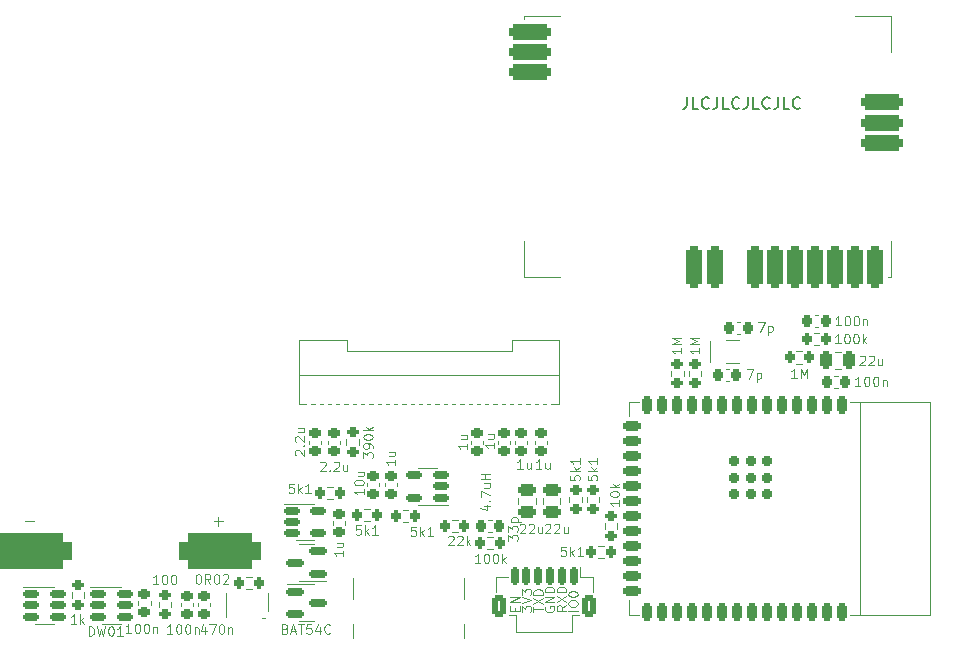
<source format=gbr>
%TF.GenerationSoftware,KiCad,Pcbnew,7.0.10*%
%TF.CreationDate,2024-02-06T19:30:05-08:00*%
%TF.ProjectId,main_board,6d61696e-5f62-46f6-9172-642e6b696361,rev?*%
%TF.SameCoordinates,Original*%
%TF.FileFunction,Legend,Top*%
%TF.FilePolarity,Positive*%
%FSLAX46Y46*%
G04 Gerber Fmt 4.6, Leading zero omitted, Abs format (unit mm)*
G04 Created by KiCad (PCBNEW 7.0.10) date 2024-02-06 19:30:05*
%MOMM*%
%LPD*%
G01*
G04 APERTURE LIST*
G04 Aperture macros list*
%AMRoundRect*
0 Rectangle with rounded corners*
0 $1 Rounding radius*
0 $2 $3 $4 $5 $6 $7 $8 $9 X,Y pos of 4 corners*
0 Add a 4 corners polygon primitive as box body*
4,1,4,$2,$3,$4,$5,$6,$7,$8,$9,$2,$3,0*
0 Add four circle primitives for the rounded corners*
1,1,$1+$1,$2,$3*
1,1,$1+$1,$4,$5*
1,1,$1+$1,$6,$7*
1,1,$1+$1,$8,$9*
0 Add four rect primitives between the rounded corners*
20,1,$1+$1,$2,$3,$4,$5,0*
20,1,$1+$1,$4,$5,$6,$7,0*
20,1,$1+$1,$6,$7,$8,$9,0*
20,1,$1+$1,$8,$9,$2,$3,0*%
G04 Aperture macros list end*
%ADD10C,0.100000*%
%ADD11C,0.150000*%
%ADD12C,0.120000*%
%ADD13RoundRect,0.200000X0.200000X0.275000X-0.200000X0.275000X-0.200000X-0.275000X0.200000X-0.275000X0*%
%ADD14RoundRect,0.150000X-0.512500X-0.150000X0.512500X-0.150000X0.512500X0.150000X-0.512500X0.150000X0*%
%ADD15RoundRect,0.250000X-0.250000X-0.475000X0.250000X-0.475000X0.250000X0.475000X-0.250000X0.475000X0*%
%ADD16RoundRect,0.200000X-0.275000X0.200000X-0.275000X-0.200000X0.275000X-0.200000X0.275000X0.200000X0*%
%ADD17RoundRect,0.225000X-0.250000X0.225000X-0.250000X-0.225000X0.250000X-0.225000X0.250000X0.225000X0*%
%ADD18RoundRect,0.150000X0.512500X0.150000X-0.512500X0.150000X-0.512500X-0.150000X0.512500X-0.150000X0*%
%ADD19RoundRect,0.200000X-0.200000X-0.275000X0.200000X-0.275000X0.200000X0.275000X-0.200000X0.275000X0*%
%ADD20RoundRect,0.225000X0.250000X-0.225000X0.250000X0.225000X-0.250000X0.225000X-0.250000X-0.225000X0*%
%ADD21RoundRect,0.225000X-0.225000X-0.250000X0.225000X-0.250000X0.225000X0.250000X-0.225000X0.250000X0*%
%ADD22RoundRect,0.225000X0.225000X0.250000X-0.225000X0.250000X-0.225000X-0.250000X0.225000X-0.250000X0*%
%ADD23RoundRect,0.225000X-0.225000X0.525000X-0.225000X-0.525000X0.225000X-0.525000X0.225000X0.525000X0*%
%ADD24RoundRect,0.225000X-0.525000X-0.225000X0.525000X-0.225000X0.525000X0.225000X-0.525000X0.225000X0*%
%ADD25RoundRect,0.225000X0.225000X-0.525000X0.225000X0.525000X-0.225000X0.525000X-0.225000X-0.525000X0*%
%ADD26RoundRect,0.225000X0.225000X-0.225000X0.225000X0.225000X-0.225000X0.225000X-0.225000X-0.225000X0*%
%ADD27R,0.400000X3.500000*%
%ADD28R,0.650000X0.200000*%
%ADD29R,1.300000X1.400000*%
%ADD30RoundRect,0.150000X0.150000X0.625000X-0.150000X0.625000X-0.150000X-0.625000X0.150000X-0.625000X0*%
%ADD31RoundRect,0.250000X0.350000X0.650000X-0.350000X0.650000X-0.350000X-0.650000X0.350000X-0.650000X0*%
%ADD32RoundRect,0.750000X2.750000X0.750000X-2.750000X0.750000X-2.750000X-0.750000X2.750000X-0.750000X0*%
%ADD33R,1.000000X1.800000*%
%ADD34R,1.300000X3.700000*%
%ADD35RoundRect,0.150000X0.587500X0.150000X-0.587500X0.150000X-0.587500X-0.150000X0.587500X-0.150000X0*%
%ADD36RoundRect,0.200000X0.275000X-0.200000X0.275000X0.200000X-0.275000X0.200000X-0.275000X-0.200000X0*%
%ADD37RoundRect,0.250000X-0.475000X0.250000X-0.475000X-0.250000X0.475000X-0.250000X0.475000X0.250000X0*%
%ADD38RoundRect,0.325000X-1.475000X-0.325000X1.475000X-0.325000X1.475000X0.325000X-1.475000X0.325000X0*%
%ADD39RoundRect,0.325000X0.325000X-1.475000X0.325000X1.475000X-0.325000X1.475000X-0.325000X-1.475000X0*%
%ADD40C,0.650000*%
%ADD41R,0.600000X1.055000*%
%ADD42R,0.600000X1.150000*%
%ADD43R,0.300000X1.150000*%
%ADD44O,1.000000X2.100000*%
%ADD45O,1.000000X1.800000*%
%ADD46RoundRect,0.150000X-0.587500X-0.150000X0.587500X-0.150000X0.587500X0.150000X-0.587500X0.150000X0*%
G04 APERTURE END LIST*
D10*
X50331895Y2655075D02*
X50331895Y3150313D01*
X50331895Y3150313D02*
X50636657Y2883647D01*
X50636657Y2883647D02*
X50636657Y2997932D01*
X50636657Y2997932D02*
X50674752Y3074123D01*
X50674752Y3074123D02*
X50712847Y3112218D01*
X50712847Y3112218D02*
X50789038Y3150313D01*
X50789038Y3150313D02*
X50979514Y3150313D01*
X50979514Y3150313D02*
X51055704Y3112218D01*
X51055704Y3112218D02*
X51093800Y3074123D01*
X51093800Y3074123D02*
X51131895Y2997932D01*
X51131895Y2997932D02*
X51131895Y2769361D01*
X51131895Y2769361D02*
X51093800Y2693170D01*
X51093800Y2693170D02*
X51055704Y2655075D01*
X50331895Y3378885D02*
X51131895Y3645552D01*
X51131895Y3645552D02*
X50331895Y3912218D01*
X50331895Y4102694D02*
X50331895Y4597932D01*
X50331895Y4597932D02*
X50636657Y4331266D01*
X50636657Y4331266D02*
X50636657Y4445551D01*
X50636657Y4445551D02*
X50674752Y4521742D01*
X50674752Y4521742D02*
X50712847Y4559837D01*
X50712847Y4559837D02*
X50789038Y4597932D01*
X50789038Y4597932D02*
X50979514Y4597932D01*
X50979514Y4597932D02*
X51055704Y4559837D01*
X51055704Y4559837D02*
X51093800Y4521742D01*
X51093800Y4521742D02*
X51131895Y4445551D01*
X51131895Y4445551D02*
X51131895Y4216980D01*
X51131895Y4216980D02*
X51093800Y4140789D01*
X51093800Y4140789D02*
X51055704Y4102694D01*
X54086895Y3188409D02*
X53705942Y2921742D01*
X54086895Y2731266D02*
X53286895Y2731266D01*
X53286895Y2731266D02*
X53286895Y3036028D01*
X53286895Y3036028D02*
X53324990Y3112218D01*
X53324990Y3112218D02*
X53363085Y3150313D01*
X53363085Y3150313D02*
X53439276Y3188409D01*
X53439276Y3188409D02*
X53553561Y3188409D01*
X53553561Y3188409D02*
X53629752Y3150313D01*
X53629752Y3150313D02*
X53667847Y3112218D01*
X53667847Y3112218D02*
X53705942Y3036028D01*
X53705942Y3036028D02*
X53705942Y2731266D01*
X53286895Y3455075D02*
X54086895Y3988409D01*
X53286895Y3988409D02*
X54086895Y3455075D01*
X54086895Y4293171D02*
X53286895Y4293171D01*
X53286895Y4293171D02*
X53286895Y4483647D01*
X53286895Y4483647D02*
X53324990Y4597933D01*
X53324990Y4597933D02*
X53401180Y4674123D01*
X53401180Y4674123D02*
X53477371Y4712218D01*
X53477371Y4712218D02*
X53629752Y4750314D01*
X53629752Y4750314D02*
X53744038Y4750314D01*
X53744038Y4750314D02*
X53896419Y4712218D01*
X53896419Y4712218D02*
X53972609Y4674123D01*
X53972609Y4674123D02*
X54048800Y4597933D01*
X54048800Y4597933D02*
X54086895Y4483647D01*
X54086895Y4483647D02*
X54086895Y4293171D01*
X49727847Y2731266D02*
X49727847Y2997932D01*
X50146895Y3112218D02*
X50146895Y2731266D01*
X50146895Y2731266D02*
X49346895Y2731266D01*
X49346895Y2731266D02*
X49346895Y3112218D01*
X50146895Y3455076D02*
X49346895Y3455076D01*
X49346895Y3455076D02*
X50146895Y3912219D01*
X50146895Y3912219D02*
X49346895Y3912219D01*
D11*
X64322493Y46230181D02*
X64322493Y45515896D01*
X64322493Y45515896D02*
X64274874Y45373039D01*
X64274874Y45373039D02*
X64179636Y45277800D01*
X64179636Y45277800D02*
X64036779Y45230181D01*
X64036779Y45230181D02*
X63941541Y45230181D01*
X65274874Y45230181D02*
X64798684Y45230181D01*
X64798684Y45230181D02*
X64798684Y46230181D01*
X66179636Y45325420D02*
X66132017Y45277800D01*
X66132017Y45277800D02*
X65989160Y45230181D01*
X65989160Y45230181D02*
X65893922Y45230181D01*
X65893922Y45230181D02*
X65751065Y45277800D01*
X65751065Y45277800D02*
X65655827Y45373039D01*
X65655827Y45373039D02*
X65608208Y45468277D01*
X65608208Y45468277D02*
X65560589Y45658753D01*
X65560589Y45658753D02*
X65560589Y45801610D01*
X65560589Y45801610D02*
X65608208Y45992086D01*
X65608208Y45992086D02*
X65655827Y46087324D01*
X65655827Y46087324D02*
X65751065Y46182562D01*
X65751065Y46182562D02*
X65893922Y46230181D01*
X65893922Y46230181D02*
X65989160Y46230181D01*
X65989160Y46230181D02*
X66132017Y46182562D01*
X66132017Y46182562D02*
X66179636Y46134943D01*
X66893922Y46230181D02*
X66893922Y45515896D01*
X66893922Y45515896D02*
X66846303Y45373039D01*
X66846303Y45373039D02*
X66751065Y45277800D01*
X66751065Y45277800D02*
X66608208Y45230181D01*
X66608208Y45230181D02*
X66512970Y45230181D01*
X67846303Y45230181D02*
X67370113Y45230181D01*
X67370113Y45230181D02*
X67370113Y46230181D01*
X68751065Y45325420D02*
X68703446Y45277800D01*
X68703446Y45277800D02*
X68560589Y45230181D01*
X68560589Y45230181D02*
X68465351Y45230181D01*
X68465351Y45230181D02*
X68322494Y45277800D01*
X68322494Y45277800D02*
X68227256Y45373039D01*
X68227256Y45373039D02*
X68179637Y45468277D01*
X68179637Y45468277D02*
X68132018Y45658753D01*
X68132018Y45658753D02*
X68132018Y45801610D01*
X68132018Y45801610D02*
X68179637Y45992086D01*
X68179637Y45992086D02*
X68227256Y46087324D01*
X68227256Y46087324D02*
X68322494Y46182562D01*
X68322494Y46182562D02*
X68465351Y46230181D01*
X68465351Y46230181D02*
X68560589Y46230181D01*
X68560589Y46230181D02*
X68703446Y46182562D01*
X68703446Y46182562D02*
X68751065Y46134943D01*
X69465351Y46230181D02*
X69465351Y45515896D01*
X69465351Y45515896D02*
X69417732Y45373039D01*
X69417732Y45373039D02*
X69322494Y45277800D01*
X69322494Y45277800D02*
X69179637Y45230181D01*
X69179637Y45230181D02*
X69084399Y45230181D01*
X70417732Y45230181D02*
X69941542Y45230181D01*
X69941542Y45230181D02*
X69941542Y46230181D01*
X71322494Y45325420D02*
X71274875Y45277800D01*
X71274875Y45277800D02*
X71132018Y45230181D01*
X71132018Y45230181D02*
X71036780Y45230181D01*
X71036780Y45230181D02*
X70893923Y45277800D01*
X70893923Y45277800D02*
X70798685Y45373039D01*
X70798685Y45373039D02*
X70751066Y45468277D01*
X70751066Y45468277D02*
X70703447Y45658753D01*
X70703447Y45658753D02*
X70703447Y45801610D01*
X70703447Y45801610D02*
X70751066Y45992086D01*
X70751066Y45992086D02*
X70798685Y46087324D01*
X70798685Y46087324D02*
X70893923Y46182562D01*
X70893923Y46182562D02*
X71036780Y46230181D01*
X71036780Y46230181D02*
X71132018Y46230181D01*
X71132018Y46230181D02*
X71274875Y46182562D01*
X71274875Y46182562D02*
X71322494Y46134943D01*
X72036780Y46230181D02*
X72036780Y45515896D01*
X72036780Y45515896D02*
X71989161Y45373039D01*
X71989161Y45373039D02*
X71893923Y45277800D01*
X71893923Y45277800D02*
X71751066Y45230181D01*
X71751066Y45230181D02*
X71655828Y45230181D01*
X72989161Y45230181D02*
X72512971Y45230181D01*
X72512971Y45230181D02*
X72512971Y46230181D01*
X73893923Y45325420D02*
X73846304Y45277800D01*
X73846304Y45277800D02*
X73703447Y45230181D01*
X73703447Y45230181D02*
X73608209Y45230181D01*
X73608209Y45230181D02*
X73465352Y45277800D01*
X73465352Y45277800D02*
X73370114Y45373039D01*
X73370114Y45373039D02*
X73322495Y45468277D01*
X73322495Y45468277D02*
X73274876Y45658753D01*
X73274876Y45658753D02*
X73274876Y45801610D01*
X73274876Y45801610D02*
X73322495Y45992086D01*
X73322495Y45992086D02*
X73370114Y46087324D01*
X73370114Y46087324D02*
X73465352Y46182562D01*
X73465352Y46182562D02*
X73608209Y46230181D01*
X73608209Y46230181D02*
X73703447Y46230181D01*
X73703447Y46230181D02*
X73846304Y46182562D01*
X73846304Y46182562D02*
X73893923Y46134943D01*
D10*
X51316895Y2616980D02*
X51316895Y3074123D01*
X52116895Y2845551D02*
X51316895Y2845551D01*
X51316895Y3264599D02*
X52116895Y3797933D01*
X51316895Y3797933D02*
X52116895Y3264599D01*
X52116895Y4102695D02*
X51316895Y4102695D01*
X51316895Y4102695D02*
X51316895Y4293171D01*
X51316895Y4293171D02*
X51354990Y4407457D01*
X51354990Y4407457D02*
X51431180Y4483647D01*
X51431180Y4483647D02*
X51507371Y4521742D01*
X51507371Y4521742D02*
X51659752Y4559838D01*
X51659752Y4559838D02*
X51774038Y4559838D01*
X51774038Y4559838D02*
X51926419Y4521742D01*
X51926419Y4521742D02*
X52002609Y4483647D01*
X52002609Y4483647D02*
X52078800Y4407457D01*
X52078800Y4407457D02*
X52116895Y4293171D01*
X52116895Y4293171D02*
X52116895Y4102695D01*
X13656265Y603105D02*
X13656265Y1403105D01*
X13656265Y1403105D02*
X13846741Y1403105D01*
X13846741Y1403105D02*
X13961027Y1365010D01*
X13961027Y1365010D02*
X14037217Y1288820D01*
X14037217Y1288820D02*
X14075312Y1212629D01*
X14075312Y1212629D02*
X14113408Y1060248D01*
X14113408Y1060248D02*
X14113408Y945962D01*
X14113408Y945962D02*
X14075312Y793581D01*
X14075312Y793581D02*
X14037217Y717391D01*
X14037217Y717391D02*
X13961027Y641200D01*
X13961027Y641200D02*
X13846741Y603105D01*
X13846741Y603105D02*
X13656265Y603105D01*
X14380074Y1403105D02*
X14570550Y603105D01*
X14570550Y603105D02*
X14722931Y1174534D01*
X14722931Y1174534D02*
X14875312Y603105D01*
X14875312Y603105D02*
X15065789Y1403105D01*
X15522932Y1403105D02*
X15599122Y1403105D01*
X15599122Y1403105D02*
X15675313Y1365010D01*
X15675313Y1365010D02*
X15713408Y1326915D01*
X15713408Y1326915D02*
X15751503Y1250724D01*
X15751503Y1250724D02*
X15789598Y1098343D01*
X15789598Y1098343D02*
X15789598Y907867D01*
X15789598Y907867D02*
X15751503Y755486D01*
X15751503Y755486D02*
X15713408Y679296D01*
X15713408Y679296D02*
X15675313Y641200D01*
X15675313Y641200D02*
X15599122Y603105D01*
X15599122Y603105D02*
X15522932Y603105D01*
X15522932Y603105D02*
X15446741Y641200D01*
X15446741Y641200D02*
X15408646Y679296D01*
X15408646Y679296D02*
X15370551Y755486D01*
X15370551Y755486D02*
X15332455Y907867D01*
X15332455Y907867D02*
X15332455Y1098343D01*
X15332455Y1098343D02*
X15370551Y1250724D01*
X15370551Y1250724D02*
X15408646Y1326915D01*
X15408646Y1326915D02*
X15446741Y1365010D01*
X15446741Y1365010D02*
X15522932Y1403105D01*
X16551503Y603105D02*
X16094360Y603105D01*
X16322932Y603105D02*
X16322932Y1403105D01*
X16322932Y1403105D02*
X16246741Y1288820D01*
X16246741Y1288820D02*
X16170551Y1212629D01*
X16170551Y1212629D02*
X16094360Y1174534D01*
X52334990Y3075313D02*
X52296895Y2999123D01*
X52296895Y2999123D02*
X52296895Y2884837D01*
X52296895Y2884837D02*
X52334990Y2770551D01*
X52334990Y2770551D02*
X52411180Y2694361D01*
X52411180Y2694361D02*
X52487371Y2656266D01*
X52487371Y2656266D02*
X52639752Y2618170D01*
X52639752Y2618170D02*
X52754038Y2618170D01*
X52754038Y2618170D02*
X52906419Y2656266D01*
X52906419Y2656266D02*
X52982609Y2694361D01*
X52982609Y2694361D02*
X53058800Y2770551D01*
X53058800Y2770551D02*
X53096895Y2884837D01*
X53096895Y2884837D02*
X53096895Y2961028D01*
X53096895Y2961028D02*
X53058800Y3075313D01*
X53058800Y3075313D02*
X53020704Y3113409D01*
X53020704Y3113409D02*
X52754038Y3113409D01*
X52754038Y3113409D02*
X52754038Y2961028D01*
X53096895Y3456266D02*
X52296895Y3456266D01*
X52296895Y3456266D02*
X53096895Y3913409D01*
X53096895Y3913409D02*
X52296895Y3913409D01*
X53096895Y4294361D02*
X52296895Y4294361D01*
X52296895Y4294361D02*
X52296895Y4484837D01*
X52296895Y4484837D02*
X52334990Y4599123D01*
X52334990Y4599123D02*
X52411180Y4675313D01*
X52411180Y4675313D02*
X52487371Y4713408D01*
X52487371Y4713408D02*
X52639752Y4751504D01*
X52639752Y4751504D02*
X52754038Y4751504D01*
X52754038Y4751504D02*
X52906419Y4713408D01*
X52906419Y4713408D02*
X52982609Y4675313D01*
X52982609Y4675313D02*
X53058800Y4599123D01*
X53058800Y4599123D02*
X53096895Y4484837D01*
X53096895Y4484837D02*
X53096895Y4294361D01*
X55071895Y2731266D02*
X54271895Y2731266D01*
X54271895Y3264599D02*
X54271895Y3416980D01*
X54271895Y3416980D02*
X54309990Y3493170D01*
X54309990Y3493170D02*
X54386180Y3569361D01*
X54386180Y3569361D02*
X54538561Y3607456D01*
X54538561Y3607456D02*
X54805228Y3607456D01*
X54805228Y3607456D02*
X54957609Y3569361D01*
X54957609Y3569361D02*
X55033800Y3493170D01*
X55033800Y3493170D02*
X55071895Y3416980D01*
X55071895Y3416980D02*
X55071895Y3264599D01*
X55071895Y3264599D02*
X55033800Y3188408D01*
X55033800Y3188408D02*
X54957609Y3112218D01*
X54957609Y3112218D02*
X54805228Y3074122D01*
X54805228Y3074122D02*
X54538561Y3074122D01*
X54538561Y3074122D02*
X54386180Y3112218D01*
X54386180Y3112218D02*
X54309990Y3188408D01*
X54309990Y3188408D02*
X54271895Y3264599D01*
X54271895Y4102694D02*
X54271895Y4178884D01*
X54271895Y4178884D02*
X54309990Y4255075D01*
X54309990Y4255075D02*
X54348085Y4293170D01*
X54348085Y4293170D02*
X54424276Y4331265D01*
X54424276Y4331265D02*
X54576657Y4369360D01*
X54576657Y4369360D02*
X54767133Y4369360D01*
X54767133Y4369360D02*
X54919514Y4331265D01*
X54919514Y4331265D02*
X54995704Y4293170D01*
X54995704Y4293170D02*
X55033800Y4255075D01*
X55033800Y4255075D02*
X55071895Y4178884D01*
X55071895Y4178884D02*
X55071895Y4102694D01*
X55071895Y4102694D02*
X55033800Y4026503D01*
X55033800Y4026503D02*
X54995704Y3988408D01*
X54995704Y3988408D02*
X54919514Y3950313D01*
X54919514Y3950313D02*
X54767133Y3912217D01*
X54767133Y3912217D02*
X54576657Y3912217D01*
X54576657Y3912217D02*
X54424276Y3950313D01*
X54424276Y3950313D02*
X54348085Y3988408D01*
X54348085Y3988408D02*
X54309990Y4026503D01*
X54309990Y4026503D02*
X54271895Y4102694D01*
X31010714Y13485105D02*
X30629762Y13485105D01*
X30629762Y13485105D02*
X30591666Y13104153D01*
X30591666Y13104153D02*
X30629762Y13142248D01*
X30629762Y13142248D02*
X30705952Y13180343D01*
X30705952Y13180343D02*
X30896428Y13180343D01*
X30896428Y13180343D02*
X30972619Y13142248D01*
X30972619Y13142248D02*
X31010714Y13104153D01*
X31010714Y13104153D02*
X31048809Y13027962D01*
X31048809Y13027962D02*
X31048809Y12837486D01*
X31048809Y12837486D02*
X31010714Y12761296D01*
X31010714Y12761296D02*
X30972619Y12723200D01*
X30972619Y12723200D02*
X30896428Y12685105D01*
X30896428Y12685105D02*
X30705952Y12685105D01*
X30705952Y12685105D02*
X30629762Y12723200D01*
X30629762Y12723200D02*
X30591666Y12761296D01*
X31391667Y12685105D02*
X31391667Y13485105D01*
X31467857Y12989867D02*
X31696429Y12685105D01*
X31696429Y13218439D02*
X31391667Y12913677D01*
X32458333Y12685105D02*
X32001190Y12685105D01*
X32229762Y12685105D02*
X32229762Y13485105D01*
X32229762Y13485105D02*
X32153571Y13370820D01*
X32153571Y13370820D02*
X32077381Y13294629D01*
X32077381Y13294629D02*
X32001190Y13256534D01*
X78928570Y24258915D02*
X78966666Y24297010D01*
X78966666Y24297010D02*
X79042856Y24335105D01*
X79042856Y24335105D02*
X79233332Y24335105D01*
X79233332Y24335105D02*
X79309523Y24297010D01*
X79309523Y24297010D02*
X79347618Y24258915D01*
X79347618Y24258915D02*
X79385713Y24182724D01*
X79385713Y24182724D02*
X79385713Y24106534D01*
X79385713Y24106534D02*
X79347618Y23992248D01*
X79347618Y23992248D02*
X78890475Y23535105D01*
X78890475Y23535105D02*
X79385713Y23535105D01*
X79690475Y24258915D02*
X79728571Y24297010D01*
X79728571Y24297010D02*
X79804761Y24335105D01*
X79804761Y24335105D02*
X79995237Y24335105D01*
X79995237Y24335105D02*
X80071428Y24297010D01*
X80071428Y24297010D02*
X80109523Y24258915D01*
X80109523Y24258915D02*
X80147618Y24182724D01*
X80147618Y24182724D02*
X80147618Y24106534D01*
X80147618Y24106534D02*
X80109523Y23992248D01*
X80109523Y23992248D02*
X79652380Y23535105D01*
X79652380Y23535105D02*
X80147618Y23535105D01*
X80833333Y24068439D02*
X80833333Y23535105D01*
X80490476Y24068439D02*
X80490476Y23649391D01*
X80490476Y23649391D02*
X80528571Y23573200D01*
X80528571Y23573200D02*
X80604761Y23535105D01*
X80604761Y23535105D02*
X80719047Y23535105D01*
X80719047Y23535105D02*
X80795238Y23573200D01*
X80795238Y23573200D02*
X80833333Y23611296D01*
X19566666Y4985105D02*
X19109523Y4985105D01*
X19338095Y4985105D02*
X19338095Y5785105D01*
X19338095Y5785105D02*
X19261904Y5670820D01*
X19261904Y5670820D02*
X19185714Y5594629D01*
X19185714Y5594629D02*
X19109523Y5556534D01*
X20061905Y5785105D02*
X20138095Y5785105D01*
X20138095Y5785105D02*
X20214286Y5747010D01*
X20214286Y5747010D02*
X20252381Y5708915D01*
X20252381Y5708915D02*
X20290476Y5632724D01*
X20290476Y5632724D02*
X20328571Y5480343D01*
X20328571Y5480343D02*
X20328571Y5289867D01*
X20328571Y5289867D02*
X20290476Y5137486D01*
X20290476Y5137486D02*
X20252381Y5061296D01*
X20252381Y5061296D02*
X20214286Y5023200D01*
X20214286Y5023200D02*
X20138095Y4985105D01*
X20138095Y4985105D02*
X20061905Y4985105D01*
X20061905Y4985105D02*
X19985714Y5023200D01*
X19985714Y5023200D02*
X19947619Y5061296D01*
X19947619Y5061296D02*
X19909524Y5137486D01*
X19909524Y5137486D02*
X19871428Y5289867D01*
X19871428Y5289867D02*
X19871428Y5480343D01*
X19871428Y5480343D02*
X19909524Y5632724D01*
X19909524Y5632724D02*
X19947619Y5708915D01*
X19947619Y5708915D02*
X19985714Y5747010D01*
X19985714Y5747010D02*
X20061905Y5785105D01*
X20823810Y5785105D02*
X20900000Y5785105D01*
X20900000Y5785105D02*
X20976191Y5747010D01*
X20976191Y5747010D02*
X21014286Y5708915D01*
X21014286Y5708915D02*
X21052381Y5632724D01*
X21052381Y5632724D02*
X21090476Y5480343D01*
X21090476Y5480343D02*
X21090476Y5289867D01*
X21090476Y5289867D02*
X21052381Y5137486D01*
X21052381Y5137486D02*
X21014286Y5061296D01*
X21014286Y5061296D02*
X20976191Y5023200D01*
X20976191Y5023200D02*
X20900000Y4985105D01*
X20900000Y4985105D02*
X20823810Y4985105D01*
X20823810Y4985105D02*
X20747619Y5023200D01*
X20747619Y5023200D02*
X20709524Y5061296D01*
X20709524Y5061296D02*
X20671429Y5137486D01*
X20671429Y5137486D02*
X20633333Y5289867D01*
X20633333Y5289867D02*
X20633333Y5480343D01*
X20633333Y5480343D02*
X20671429Y5632724D01*
X20671429Y5632724D02*
X20709524Y5708915D01*
X20709524Y5708915D02*
X20747619Y5747010D01*
X20747619Y5747010D02*
X20823810Y5785105D01*
X23528571Y1318439D02*
X23528571Y785105D01*
X23338095Y1623200D02*
X23147618Y1051772D01*
X23147618Y1051772D02*
X23642857Y1051772D01*
X23871428Y1585105D02*
X24404762Y1585105D01*
X24404762Y1585105D02*
X24061904Y785105D01*
X24861905Y1585105D02*
X24938095Y1585105D01*
X24938095Y1585105D02*
X25014286Y1547010D01*
X25014286Y1547010D02*
X25052381Y1508915D01*
X25052381Y1508915D02*
X25090476Y1432724D01*
X25090476Y1432724D02*
X25128571Y1280343D01*
X25128571Y1280343D02*
X25128571Y1089867D01*
X25128571Y1089867D02*
X25090476Y937486D01*
X25090476Y937486D02*
X25052381Y861296D01*
X25052381Y861296D02*
X25014286Y823200D01*
X25014286Y823200D02*
X24938095Y785105D01*
X24938095Y785105D02*
X24861905Y785105D01*
X24861905Y785105D02*
X24785714Y823200D01*
X24785714Y823200D02*
X24747619Y861296D01*
X24747619Y861296D02*
X24709524Y937486D01*
X24709524Y937486D02*
X24671428Y1089867D01*
X24671428Y1089867D02*
X24671428Y1280343D01*
X24671428Y1280343D02*
X24709524Y1432724D01*
X24709524Y1432724D02*
X24747619Y1508915D01*
X24747619Y1508915D02*
X24785714Y1547010D01*
X24785714Y1547010D02*
X24861905Y1585105D01*
X25471429Y1318439D02*
X25471429Y785105D01*
X25471429Y1242248D02*
X25509524Y1280343D01*
X25509524Y1280343D02*
X25585714Y1318439D01*
X25585714Y1318439D02*
X25700000Y1318439D01*
X25700000Y1318439D02*
X25776191Y1280343D01*
X25776191Y1280343D02*
X25814286Y1204153D01*
X25814286Y1204153D02*
X25814286Y785105D01*
X77317856Y25360105D02*
X76860713Y25360105D01*
X77089285Y25360105D02*
X77089285Y26160105D01*
X77089285Y26160105D02*
X77013094Y26045820D01*
X77013094Y26045820D02*
X76936904Y25969629D01*
X76936904Y25969629D02*
X76860713Y25931534D01*
X77813095Y26160105D02*
X77889285Y26160105D01*
X77889285Y26160105D02*
X77965476Y26122010D01*
X77965476Y26122010D02*
X78003571Y26083915D01*
X78003571Y26083915D02*
X78041666Y26007724D01*
X78041666Y26007724D02*
X78079761Y25855343D01*
X78079761Y25855343D02*
X78079761Y25664867D01*
X78079761Y25664867D02*
X78041666Y25512486D01*
X78041666Y25512486D02*
X78003571Y25436296D01*
X78003571Y25436296D02*
X77965476Y25398200D01*
X77965476Y25398200D02*
X77889285Y25360105D01*
X77889285Y25360105D02*
X77813095Y25360105D01*
X77813095Y25360105D02*
X77736904Y25398200D01*
X77736904Y25398200D02*
X77698809Y25436296D01*
X77698809Y25436296D02*
X77660714Y25512486D01*
X77660714Y25512486D02*
X77622618Y25664867D01*
X77622618Y25664867D02*
X77622618Y25855343D01*
X77622618Y25855343D02*
X77660714Y26007724D01*
X77660714Y26007724D02*
X77698809Y26083915D01*
X77698809Y26083915D02*
X77736904Y26122010D01*
X77736904Y26122010D02*
X77813095Y26160105D01*
X78575000Y26160105D02*
X78651190Y26160105D01*
X78651190Y26160105D02*
X78727381Y26122010D01*
X78727381Y26122010D02*
X78765476Y26083915D01*
X78765476Y26083915D02*
X78803571Y26007724D01*
X78803571Y26007724D02*
X78841666Y25855343D01*
X78841666Y25855343D02*
X78841666Y25664867D01*
X78841666Y25664867D02*
X78803571Y25512486D01*
X78803571Y25512486D02*
X78765476Y25436296D01*
X78765476Y25436296D02*
X78727381Y25398200D01*
X78727381Y25398200D02*
X78651190Y25360105D01*
X78651190Y25360105D02*
X78575000Y25360105D01*
X78575000Y25360105D02*
X78498809Y25398200D01*
X78498809Y25398200D02*
X78460714Y25436296D01*
X78460714Y25436296D02*
X78422619Y25512486D01*
X78422619Y25512486D02*
X78384523Y25664867D01*
X78384523Y25664867D02*
X78384523Y25855343D01*
X78384523Y25855343D02*
X78422619Y26007724D01*
X78422619Y26007724D02*
X78460714Y26083915D01*
X78460714Y26083915D02*
X78498809Y26122010D01*
X78498809Y26122010D02*
X78575000Y26160105D01*
X79184524Y25360105D02*
X79184524Y26160105D01*
X79260714Y25664867D02*
X79489286Y25360105D01*
X79489286Y25893439D02*
X79184524Y25588677D01*
X44116666Y9008915D02*
X44154762Y9047010D01*
X44154762Y9047010D02*
X44230952Y9085105D01*
X44230952Y9085105D02*
X44421428Y9085105D01*
X44421428Y9085105D02*
X44497619Y9047010D01*
X44497619Y9047010D02*
X44535714Y9008915D01*
X44535714Y9008915D02*
X44573809Y8932724D01*
X44573809Y8932724D02*
X44573809Y8856534D01*
X44573809Y8856534D02*
X44535714Y8742248D01*
X44535714Y8742248D02*
X44078571Y8285105D01*
X44078571Y8285105D02*
X44573809Y8285105D01*
X44878571Y9008915D02*
X44916667Y9047010D01*
X44916667Y9047010D02*
X44992857Y9085105D01*
X44992857Y9085105D02*
X45183333Y9085105D01*
X45183333Y9085105D02*
X45259524Y9047010D01*
X45259524Y9047010D02*
X45297619Y9008915D01*
X45297619Y9008915D02*
X45335714Y8932724D01*
X45335714Y8932724D02*
X45335714Y8856534D01*
X45335714Y8856534D02*
X45297619Y8742248D01*
X45297619Y8742248D02*
X44840476Y8285105D01*
X44840476Y8285105D02*
X45335714Y8285105D01*
X45678572Y8285105D02*
X45678572Y9085105D01*
X45754762Y8589867D02*
X45983334Y8285105D01*
X45983334Y8818439D02*
X45678572Y8513677D01*
X46817856Y6760105D02*
X46360713Y6760105D01*
X46589285Y6760105D02*
X46589285Y7560105D01*
X46589285Y7560105D02*
X46513094Y7445820D01*
X46513094Y7445820D02*
X46436904Y7369629D01*
X46436904Y7369629D02*
X46360713Y7331534D01*
X47313095Y7560105D02*
X47389285Y7560105D01*
X47389285Y7560105D02*
X47465476Y7522010D01*
X47465476Y7522010D02*
X47503571Y7483915D01*
X47503571Y7483915D02*
X47541666Y7407724D01*
X47541666Y7407724D02*
X47579761Y7255343D01*
X47579761Y7255343D02*
X47579761Y7064867D01*
X47579761Y7064867D02*
X47541666Y6912486D01*
X47541666Y6912486D02*
X47503571Y6836296D01*
X47503571Y6836296D02*
X47465476Y6798200D01*
X47465476Y6798200D02*
X47389285Y6760105D01*
X47389285Y6760105D02*
X47313095Y6760105D01*
X47313095Y6760105D02*
X47236904Y6798200D01*
X47236904Y6798200D02*
X47198809Y6836296D01*
X47198809Y6836296D02*
X47160714Y6912486D01*
X47160714Y6912486D02*
X47122618Y7064867D01*
X47122618Y7064867D02*
X47122618Y7255343D01*
X47122618Y7255343D02*
X47160714Y7407724D01*
X47160714Y7407724D02*
X47198809Y7483915D01*
X47198809Y7483915D02*
X47236904Y7522010D01*
X47236904Y7522010D02*
X47313095Y7560105D01*
X48075000Y7560105D02*
X48151190Y7560105D01*
X48151190Y7560105D02*
X48227381Y7522010D01*
X48227381Y7522010D02*
X48265476Y7483915D01*
X48265476Y7483915D02*
X48303571Y7407724D01*
X48303571Y7407724D02*
X48341666Y7255343D01*
X48341666Y7255343D02*
X48341666Y7064867D01*
X48341666Y7064867D02*
X48303571Y6912486D01*
X48303571Y6912486D02*
X48265476Y6836296D01*
X48265476Y6836296D02*
X48227381Y6798200D01*
X48227381Y6798200D02*
X48151190Y6760105D01*
X48151190Y6760105D02*
X48075000Y6760105D01*
X48075000Y6760105D02*
X47998809Y6798200D01*
X47998809Y6798200D02*
X47960714Y6836296D01*
X47960714Y6836296D02*
X47922619Y6912486D01*
X47922619Y6912486D02*
X47884523Y7064867D01*
X47884523Y7064867D02*
X47884523Y7255343D01*
X47884523Y7255343D02*
X47922619Y7407724D01*
X47922619Y7407724D02*
X47960714Y7483915D01*
X47960714Y7483915D02*
X47998809Y7522010D01*
X47998809Y7522010D02*
X48075000Y7560105D01*
X48684524Y6760105D02*
X48684524Y7560105D01*
X48760714Y7064867D02*
X48989286Y6760105D01*
X48989286Y7293439D02*
X48684524Y6988677D01*
X17254761Y835105D02*
X16797618Y835105D01*
X17026190Y835105D02*
X17026190Y1635105D01*
X17026190Y1635105D02*
X16949999Y1520820D01*
X16949999Y1520820D02*
X16873809Y1444629D01*
X16873809Y1444629D02*
X16797618Y1406534D01*
X17750000Y1635105D02*
X17826190Y1635105D01*
X17826190Y1635105D02*
X17902381Y1597010D01*
X17902381Y1597010D02*
X17940476Y1558915D01*
X17940476Y1558915D02*
X17978571Y1482724D01*
X17978571Y1482724D02*
X18016666Y1330343D01*
X18016666Y1330343D02*
X18016666Y1139867D01*
X18016666Y1139867D02*
X17978571Y987486D01*
X17978571Y987486D02*
X17940476Y911296D01*
X17940476Y911296D02*
X17902381Y873200D01*
X17902381Y873200D02*
X17826190Y835105D01*
X17826190Y835105D02*
X17750000Y835105D01*
X17750000Y835105D02*
X17673809Y873200D01*
X17673809Y873200D02*
X17635714Y911296D01*
X17635714Y911296D02*
X17597619Y987486D01*
X17597619Y987486D02*
X17559523Y1139867D01*
X17559523Y1139867D02*
X17559523Y1330343D01*
X17559523Y1330343D02*
X17597619Y1482724D01*
X17597619Y1482724D02*
X17635714Y1558915D01*
X17635714Y1558915D02*
X17673809Y1597010D01*
X17673809Y1597010D02*
X17750000Y1635105D01*
X18511905Y1635105D02*
X18588095Y1635105D01*
X18588095Y1635105D02*
X18664286Y1597010D01*
X18664286Y1597010D02*
X18702381Y1558915D01*
X18702381Y1558915D02*
X18740476Y1482724D01*
X18740476Y1482724D02*
X18778571Y1330343D01*
X18778571Y1330343D02*
X18778571Y1139867D01*
X18778571Y1139867D02*
X18740476Y987486D01*
X18740476Y987486D02*
X18702381Y911296D01*
X18702381Y911296D02*
X18664286Y873200D01*
X18664286Y873200D02*
X18588095Y835105D01*
X18588095Y835105D02*
X18511905Y835105D01*
X18511905Y835105D02*
X18435714Y873200D01*
X18435714Y873200D02*
X18397619Y911296D01*
X18397619Y911296D02*
X18359524Y987486D01*
X18359524Y987486D02*
X18321428Y1139867D01*
X18321428Y1139867D02*
X18321428Y1330343D01*
X18321428Y1330343D02*
X18359524Y1482724D01*
X18359524Y1482724D02*
X18397619Y1558915D01*
X18397619Y1558915D02*
X18435714Y1597010D01*
X18435714Y1597010D02*
X18511905Y1635105D01*
X19121429Y1368439D02*
X19121429Y835105D01*
X19121429Y1292248D02*
X19159524Y1330343D01*
X19159524Y1330343D02*
X19235714Y1368439D01*
X19235714Y1368439D02*
X19350000Y1368439D01*
X19350000Y1368439D02*
X19426191Y1330343D01*
X19426191Y1330343D02*
X19464286Y1254153D01*
X19464286Y1254153D02*
X19464286Y835105D01*
X20754761Y785105D02*
X20297618Y785105D01*
X20526190Y785105D02*
X20526190Y1585105D01*
X20526190Y1585105D02*
X20449999Y1470820D01*
X20449999Y1470820D02*
X20373809Y1394629D01*
X20373809Y1394629D02*
X20297618Y1356534D01*
X21250000Y1585105D02*
X21326190Y1585105D01*
X21326190Y1585105D02*
X21402381Y1547010D01*
X21402381Y1547010D02*
X21440476Y1508915D01*
X21440476Y1508915D02*
X21478571Y1432724D01*
X21478571Y1432724D02*
X21516666Y1280343D01*
X21516666Y1280343D02*
X21516666Y1089867D01*
X21516666Y1089867D02*
X21478571Y937486D01*
X21478571Y937486D02*
X21440476Y861296D01*
X21440476Y861296D02*
X21402381Y823200D01*
X21402381Y823200D02*
X21326190Y785105D01*
X21326190Y785105D02*
X21250000Y785105D01*
X21250000Y785105D02*
X21173809Y823200D01*
X21173809Y823200D02*
X21135714Y861296D01*
X21135714Y861296D02*
X21097619Y937486D01*
X21097619Y937486D02*
X21059523Y1089867D01*
X21059523Y1089867D02*
X21059523Y1280343D01*
X21059523Y1280343D02*
X21097619Y1432724D01*
X21097619Y1432724D02*
X21135714Y1508915D01*
X21135714Y1508915D02*
X21173809Y1547010D01*
X21173809Y1547010D02*
X21250000Y1585105D01*
X22011905Y1585105D02*
X22088095Y1585105D01*
X22088095Y1585105D02*
X22164286Y1547010D01*
X22164286Y1547010D02*
X22202381Y1508915D01*
X22202381Y1508915D02*
X22240476Y1432724D01*
X22240476Y1432724D02*
X22278571Y1280343D01*
X22278571Y1280343D02*
X22278571Y1089867D01*
X22278571Y1089867D02*
X22240476Y937486D01*
X22240476Y937486D02*
X22202381Y861296D01*
X22202381Y861296D02*
X22164286Y823200D01*
X22164286Y823200D02*
X22088095Y785105D01*
X22088095Y785105D02*
X22011905Y785105D01*
X22011905Y785105D02*
X21935714Y823200D01*
X21935714Y823200D02*
X21897619Y861296D01*
X21897619Y861296D02*
X21859524Y937486D01*
X21859524Y937486D02*
X21821428Y1089867D01*
X21821428Y1089867D02*
X21821428Y1280343D01*
X21821428Y1280343D02*
X21859524Y1432724D01*
X21859524Y1432724D02*
X21897619Y1508915D01*
X21897619Y1508915D02*
X21935714Y1547010D01*
X21935714Y1547010D02*
X22011905Y1585105D01*
X22621429Y1318439D02*
X22621429Y785105D01*
X22621429Y1242248D02*
X22659524Y1280343D01*
X22659524Y1280343D02*
X22735714Y1318439D01*
X22735714Y1318439D02*
X22850000Y1318439D01*
X22850000Y1318439D02*
X22926191Y1280343D01*
X22926191Y1280343D02*
X22964286Y1204153D01*
X22964286Y1204153D02*
X22964286Y785105D01*
X79004761Y21760105D02*
X78547618Y21760105D01*
X78776190Y21760105D02*
X78776190Y22560105D01*
X78776190Y22560105D02*
X78699999Y22445820D01*
X78699999Y22445820D02*
X78623809Y22369629D01*
X78623809Y22369629D02*
X78547618Y22331534D01*
X79500000Y22560105D02*
X79576190Y22560105D01*
X79576190Y22560105D02*
X79652381Y22522010D01*
X79652381Y22522010D02*
X79690476Y22483915D01*
X79690476Y22483915D02*
X79728571Y22407724D01*
X79728571Y22407724D02*
X79766666Y22255343D01*
X79766666Y22255343D02*
X79766666Y22064867D01*
X79766666Y22064867D02*
X79728571Y21912486D01*
X79728571Y21912486D02*
X79690476Y21836296D01*
X79690476Y21836296D02*
X79652381Y21798200D01*
X79652381Y21798200D02*
X79576190Y21760105D01*
X79576190Y21760105D02*
X79500000Y21760105D01*
X79500000Y21760105D02*
X79423809Y21798200D01*
X79423809Y21798200D02*
X79385714Y21836296D01*
X79385714Y21836296D02*
X79347619Y21912486D01*
X79347619Y21912486D02*
X79309523Y22064867D01*
X79309523Y22064867D02*
X79309523Y22255343D01*
X79309523Y22255343D02*
X79347619Y22407724D01*
X79347619Y22407724D02*
X79385714Y22483915D01*
X79385714Y22483915D02*
X79423809Y22522010D01*
X79423809Y22522010D02*
X79500000Y22560105D01*
X80261905Y22560105D02*
X80338095Y22560105D01*
X80338095Y22560105D02*
X80414286Y22522010D01*
X80414286Y22522010D02*
X80452381Y22483915D01*
X80452381Y22483915D02*
X80490476Y22407724D01*
X80490476Y22407724D02*
X80528571Y22255343D01*
X80528571Y22255343D02*
X80528571Y22064867D01*
X80528571Y22064867D02*
X80490476Y21912486D01*
X80490476Y21912486D02*
X80452381Y21836296D01*
X80452381Y21836296D02*
X80414286Y21798200D01*
X80414286Y21798200D02*
X80338095Y21760105D01*
X80338095Y21760105D02*
X80261905Y21760105D01*
X80261905Y21760105D02*
X80185714Y21798200D01*
X80185714Y21798200D02*
X80147619Y21836296D01*
X80147619Y21836296D02*
X80109524Y21912486D01*
X80109524Y21912486D02*
X80071428Y22064867D01*
X80071428Y22064867D02*
X80071428Y22255343D01*
X80071428Y22255343D02*
X80109524Y22407724D01*
X80109524Y22407724D02*
X80147619Y22483915D01*
X80147619Y22483915D02*
X80185714Y22522010D01*
X80185714Y22522010D02*
X80261905Y22560105D01*
X80871429Y22293439D02*
X80871429Y21760105D01*
X80871429Y22217248D02*
X80909524Y22255343D01*
X80909524Y22255343D02*
X80985714Y22293439D01*
X80985714Y22293439D02*
X81100000Y22293439D01*
X81100000Y22293439D02*
X81176191Y22255343D01*
X81176191Y22255343D02*
X81214286Y22179153D01*
X81214286Y22179153D02*
X81214286Y21760105D01*
X50391666Y14735105D02*
X49934523Y14735105D01*
X50163095Y14735105D02*
X50163095Y15535105D01*
X50163095Y15535105D02*
X50086904Y15420820D01*
X50086904Y15420820D02*
X50010714Y15344629D01*
X50010714Y15344629D02*
X49934523Y15306534D01*
X51077381Y15268439D02*
X51077381Y14735105D01*
X50734524Y15268439D02*
X50734524Y14849391D01*
X50734524Y14849391D02*
X50772619Y14773200D01*
X50772619Y14773200D02*
X50848809Y14735105D01*
X50848809Y14735105D02*
X50963095Y14735105D01*
X50963095Y14735105D02*
X51039286Y14773200D01*
X51039286Y14773200D02*
X51077381Y14811296D01*
X49189895Y8665476D02*
X49189895Y9160714D01*
X49189895Y9160714D02*
X49494657Y8894048D01*
X49494657Y8894048D02*
X49494657Y9008333D01*
X49494657Y9008333D02*
X49532752Y9084524D01*
X49532752Y9084524D02*
X49570847Y9122619D01*
X49570847Y9122619D02*
X49647038Y9160714D01*
X49647038Y9160714D02*
X49837514Y9160714D01*
X49837514Y9160714D02*
X49913704Y9122619D01*
X49913704Y9122619D02*
X49951800Y9084524D01*
X49951800Y9084524D02*
X49989895Y9008333D01*
X49989895Y9008333D02*
X49989895Y8779762D01*
X49989895Y8779762D02*
X49951800Y8703571D01*
X49951800Y8703571D02*
X49913704Y8665476D01*
X49189895Y9427381D02*
X49189895Y9922619D01*
X49189895Y9922619D02*
X49494657Y9655953D01*
X49494657Y9655953D02*
X49494657Y9770238D01*
X49494657Y9770238D02*
X49532752Y9846429D01*
X49532752Y9846429D02*
X49570847Y9884524D01*
X49570847Y9884524D02*
X49647038Y9922619D01*
X49647038Y9922619D02*
X49837514Y9922619D01*
X49837514Y9922619D02*
X49913704Y9884524D01*
X49913704Y9884524D02*
X49951800Y9846429D01*
X49951800Y9846429D02*
X49989895Y9770238D01*
X49989895Y9770238D02*
X49989895Y9541667D01*
X49989895Y9541667D02*
X49951800Y9465476D01*
X49951800Y9465476D02*
X49913704Y9427381D01*
X49456561Y10265477D02*
X50256561Y10265477D01*
X49494657Y10265477D02*
X49456561Y10341667D01*
X49456561Y10341667D02*
X49456561Y10494048D01*
X49456561Y10494048D02*
X49494657Y10570239D01*
X49494657Y10570239D02*
X49532752Y10608334D01*
X49532752Y10608334D02*
X49608942Y10646429D01*
X49608942Y10646429D02*
X49837514Y10646429D01*
X49837514Y10646429D02*
X49913704Y10608334D01*
X49913704Y10608334D02*
X49951800Y10570239D01*
X49951800Y10570239D02*
X49989895Y10494048D01*
X49989895Y10494048D02*
X49989895Y10341667D01*
X49989895Y10341667D02*
X49951800Y10265477D01*
X54452395Y14175715D02*
X54452395Y13794763D01*
X54452395Y13794763D02*
X54833347Y13756667D01*
X54833347Y13756667D02*
X54795252Y13794763D01*
X54795252Y13794763D02*
X54757157Y13870953D01*
X54757157Y13870953D02*
X54757157Y14061429D01*
X54757157Y14061429D02*
X54795252Y14137620D01*
X54795252Y14137620D02*
X54833347Y14175715D01*
X54833347Y14175715D02*
X54909538Y14213810D01*
X54909538Y14213810D02*
X55100014Y14213810D01*
X55100014Y14213810D02*
X55176204Y14175715D01*
X55176204Y14175715D02*
X55214300Y14137620D01*
X55214300Y14137620D02*
X55252395Y14061429D01*
X55252395Y14061429D02*
X55252395Y13870953D01*
X55252395Y13870953D02*
X55214300Y13794763D01*
X55214300Y13794763D02*
X55176204Y13756667D01*
X55252395Y14556668D02*
X54452395Y14556668D01*
X54947633Y14632858D02*
X55252395Y14861430D01*
X54719061Y14861430D02*
X55023823Y14556668D01*
X55252395Y15623334D02*
X55252395Y15166191D01*
X55252395Y15394763D02*
X54452395Y15394763D01*
X54452395Y15394763D02*
X54566680Y15318572D01*
X54566680Y15318572D02*
X54642871Y15242382D01*
X54642871Y15242382D02*
X54680966Y15166191D01*
X65364895Y24971429D02*
X65364895Y24514286D01*
X65364895Y24742858D02*
X64564895Y24742858D01*
X64564895Y24742858D02*
X64679180Y24666667D01*
X64679180Y24666667D02*
X64755371Y24590477D01*
X64755371Y24590477D02*
X64793466Y24514286D01*
X65364895Y25314287D02*
X64564895Y25314287D01*
X64564895Y25314287D02*
X65136323Y25580953D01*
X65136323Y25580953D02*
X64564895Y25847620D01*
X64564895Y25847620D02*
X65364895Y25847620D01*
X69371428Y23160105D02*
X69904762Y23160105D01*
X69904762Y23160105D02*
X69561904Y22360105D01*
X70209524Y22893439D02*
X70209524Y22093439D01*
X70209524Y22855343D02*
X70285714Y22893439D01*
X70285714Y22893439D02*
X70438095Y22893439D01*
X70438095Y22893439D02*
X70514286Y22855343D01*
X70514286Y22855343D02*
X70552381Y22817248D01*
X70552381Y22817248D02*
X70590476Y22741058D01*
X70590476Y22741058D02*
X70590476Y22512486D01*
X70590476Y22512486D02*
X70552381Y22436296D01*
X70552381Y22436296D02*
X70514286Y22398200D01*
X70514286Y22398200D02*
X70438095Y22360105D01*
X70438095Y22360105D02*
X70285714Y22360105D01*
X70285714Y22360105D02*
X70209524Y22398200D01*
X39614895Y15516667D02*
X39614895Y15059524D01*
X39614895Y15288096D02*
X38814895Y15288096D01*
X38814895Y15288096D02*
X38929180Y15211905D01*
X38929180Y15211905D02*
X39005371Y15135715D01*
X39005371Y15135715D02*
X39043466Y15059524D01*
X39081561Y16202382D02*
X39614895Y16202382D01*
X39081561Y15859525D02*
X39500609Y15859525D01*
X39500609Y15859525D02*
X39576800Y15897620D01*
X39576800Y15897620D02*
X39614895Y15973810D01*
X39614895Y15973810D02*
X39614895Y16088096D01*
X39614895Y16088096D02*
X39576800Y16164287D01*
X39576800Y16164287D02*
X39538704Y16202382D01*
X36964895Y13035714D02*
X36964895Y12578571D01*
X36964895Y12807143D02*
X36164895Y12807143D01*
X36164895Y12807143D02*
X36279180Y12730952D01*
X36279180Y12730952D02*
X36355371Y12654762D01*
X36355371Y12654762D02*
X36393466Y12578571D01*
X36164895Y13530953D02*
X36164895Y13607143D01*
X36164895Y13607143D02*
X36202990Y13683334D01*
X36202990Y13683334D02*
X36241085Y13721429D01*
X36241085Y13721429D02*
X36317276Y13759524D01*
X36317276Y13759524D02*
X36469657Y13797619D01*
X36469657Y13797619D02*
X36660133Y13797619D01*
X36660133Y13797619D02*
X36812514Y13759524D01*
X36812514Y13759524D02*
X36888704Y13721429D01*
X36888704Y13721429D02*
X36926800Y13683334D01*
X36926800Y13683334D02*
X36964895Y13607143D01*
X36964895Y13607143D02*
X36964895Y13530953D01*
X36964895Y13530953D02*
X36926800Y13454762D01*
X36926800Y13454762D02*
X36888704Y13416667D01*
X36888704Y13416667D02*
X36812514Y13378572D01*
X36812514Y13378572D02*
X36660133Y13340476D01*
X36660133Y13340476D02*
X36469657Y13340476D01*
X36469657Y13340476D02*
X36317276Y13378572D01*
X36317276Y13378572D02*
X36241085Y13416667D01*
X36241085Y13416667D02*
X36202990Y13454762D01*
X36202990Y13454762D02*
X36164895Y13530953D01*
X36431561Y14483334D02*
X36964895Y14483334D01*
X36431561Y14140477D02*
X36850609Y14140477D01*
X36850609Y14140477D02*
X36926800Y14178572D01*
X36926800Y14178572D02*
X36964895Y14254762D01*
X36964895Y14254762D02*
X36964895Y14369048D01*
X36964895Y14369048D02*
X36926800Y14445239D01*
X36926800Y14445239D02*
X36888704Y14483334D01*
X51991666Y14735105D02*
X51534523Y14735105D01*
X51763095Y14735105D02*
X51763095Y15535105D01*
X51763095Y15535105D02*
X51686904Y15420820D01*
X51686904Y15420820D02*
X51610714Y15344629D01*
X51610714Y15344629D02*
X51534523Y15306534D01*
X52677381Y15268439D02*
X52677381Y14735105D01*
X52334524Y15268439D02*
X52334524Y14849391D01*
X52334524Y14849391D02*
X52372619Y14773200D01*
X52372619Y14773200D02*
X52448809Y14735105D01*
X52448809Y14735105D02*
X52563095Y14735105D01*
X52563095Y14735105D02*
X52639286Y14773200D01*
X52639286Y14773200D02*
X52677381Y14811296D01*
X48014895Y16966667D02*
X48014895Y16509524D01*
X48014895Y16738096D02*
X47214895Y16738096D01*
X47214895Y16738096D02*
X47329180Y16661905D01*
X47329180Y16661905D02*
X47405371Y16585715D01*
X47405371Y16585715D02*
X47443466Y16509524D01*
X47481561Y17652382D02*
X48014895Y17652382D01*
X47481561Y17309525D02*
X47900609Y17309525D01*
X47900609Y17309525D02*
X47976800Y17347620D01*
X47976800Y17347620D02*
X48014895Y17423810D01*
X48014895Y17423810D02*
X48014895Y17538096D01*
X48014895Y17538096D02*
X47976800Y17614287D01*
X47976800Y17614287D02*
X47938704Y17652382D01*
X77354761Y26885105D02*
X76897618Y26885105D01*
X77126190Y26885105D02*
X77126190Y27685105D01*
X77126190Y27685105D02*
X77049999Y27570820D01*
X77049999Y27570820D02*
X76973809Y27494629D01*
X76973809Y27494629D02*
X76897618Y27456534D01*
X77850000Y27685105D02*
X77926190Y27685105D01*
X77926190Y27685105D02*
X78002381Y27647010D01*
X78002381Y27647010D02*
X78040476Y27608915D01*
X78040476Y27608915D02*
X78078571Y27532724D01*
X78078571Y27532724D02*
X78116666Y27380343D01*
X78116666Y27380343D02*
X78116666Y27189867D01*
X78116666Y27189867D02*
X78078571Y27037486D01*
X78078571Y27037486D02*
X78040476Y26961296D01*
X78040476Y26961296D02*
X78002381Y26923200D01*
X78002381Y26923200D02*
X77926190Y26885105D01*
X77926190Y26885105D02*
X77850000Y26885105D01*
X77850000Y26885105D02*
X77773809Y26923200D01*
X77773809Y26923200D02*
X77735714Y26961296D01*
X77735714Y26961296D02*
X77697619Y27037486D01*
X77697619Y27037486D02*
X77659523Y27189867D01*
X77659523Y27189867D02*
X77659523Y27380343D01*
X77659523Y27380343D02*
X77697619Y27532724D01*
X77697619Y27532724D02*
X77735714Y27608915D01*
X77735714Y27608915D02*
X77773809Y27647010D01*
X77773809Y27647010D02*
X77850000Y27685105D01*
X78611905Y27685105D02*
X78688095Y27685105D01*
X78688095Y27685105D02*
X78764286Y27647010D01*
X78764286Y27647010D02*
X78802381Y27608915D01*
X78802381Y27608915D02*
X78840476Y27532724D01*
X78840476Y27532724D02*
X78878571Y27380343D01*
X78878571Y27380343D02*
X78878571Y27189867D01*
X78878571Y27189867D02*
X78840476Y27037486D01*
X78840476Y27037486D02*
X78802381Y26961296D01*
X78802381Y26961296D02*
X78764286Y26923200D01*
X78764286Y26923200D02*
X78688095Y26885105D01*
X78688095Y26885105D02*
X78611905Y26885105D01*
X78611905Y26885105D02*
X78535714Y26923200D01*
X78535714Y26923200D02*
X78497619Y26961296D01*
X78497619Y26961296D02*
X78459524Y27037486D01*
X78459524Y27037486D02*
X78421428Y27189867D01*
X78421428Y27189867D02*
X78421428Y27380343D01*
X78421428Y27380343D02*
X78459524Y27532724D01*
X78459524Y27532724D02*
X78497619Y27608915D01*
X78497619Y27608915D02*
X78535714Y27647010D01*
X78535714Y27647010D02*
X78611905Y27685105D01*
X79221429Y27418439D02*
X79221429Y26885105D01*
X79221429Y27342248D02*
X79259524Y27380343D01*
X79259524Y27380343D02*
X79335714Y27418439D01*
X79335714Y27418439D02*
X79450000Y27418439D01*
X79450000Y27418439D02*
X79526191Y27380343D01*
X79526191Y27380343D02*
X79564286Y27304153D01*
X79564286Y27304153D02*
X79564286Y26885105D01*
X8996115Y10291467D02*
X8234211Y10291467D01*
X24996115Y10291467D02*
X24234211Y10291467D01*
X24615163Y10672420D02*
X24615163Y9910515D01*
X31191085Y15888095D02*
X31152990Y15926191D01*
X31152990Y15926191D02*
X31114895Y16002381D01*
X31114895Y16002381D02*
X31114895Y16192857D01*
X31114895Y16192857D02*
X31152990Y16269048D01*
X31152990Y16269048D02*
X31191085Y16307143D01*
X31191085Y16307143D02*
X31267276Y16345238D01*
X31267276Y16345238D02*
X31343466Y16345238D01*
X31343466Y16345238D02*
X31457752Y16307143D01*
X31457752Y16307143D02*
X31914895Y15850000D01*
X31914895Y15850000D02*
X31914895Y16345238D01*
X31838704Y16688096D02*
X31876800Y16726191D01*
X31876800Y16726191D02*
X31914895Y16688096D01*
X31914895Y16688096D02*
X31876800Y16650000D01*
X31876800Y16650000D02*
X31838704Y16688096D01*
X31838704Y16688096D02*
X31914895Y16688096D01*
X31191085Y17030952D02*
X31152990Y17069048D01*
X31152990Y17069048D02*
X31114895Y17145238D01*
X31114895Y17145238D02*
X31114895Y17335714D01*
X31114895Y17335714D02*
X31152990Y17411905D01*
X31152990Y17411905D02*
X31191085Y17450000D01*
X31191085Y17450000D02*
X31267276Y17488095D01*
X31267276Y17488095D02*
X31343466Y17488095D01*
X31343466Y17488095D02*
X31457752Y17450000D01*
X31457752Y17450000D02*
X31914895Y16992857D01*
X31914895Y16992857D02*
X31914895Y17488095D01*
X31381561Y18173810D02*
X31914895Y18173810D01*
X31381561Y17830953D02*
X31800609Y17830953D01*
X31800609Y17830953D02*
X31876800Y17869048D01*
X31876800Y17869048D02*
X31914895Y17945238D01*
X31914895Y17945238D02*
X31914895Y18059524D01*
X31914895Y18059524D02*
X31876800Y18135715D01*
X31876800Y18135715D02*
X31838704Y18173810D01*
X36685714Y9960105D02*
X36304762Y9960105D01*
X36304762Y9960105D02*
X36266666Y9579153D01*
X36266666Y9579153D02*
X36304762Y9617248D01*
X36304762Y9617248D02*
X36380952Y9655343D01*
X36380952Y9655343D02*
X36571428Y9655343D01*
X36571428Y9655343D02*
X36647619Y9617248D01*
X36647619Y9617248D02*
X36685714Y9579153D01*
X36685714Y9579153D02*
X36723809Y9502962D01*
X36723809Y9502962D02*
X36723809Y9312486D01*
X36723809Y9312486D02*
X36685714Y9236296D01*
X36685714Y9236296D02*
X36647619Y9198200D01*
X36647619Y9198200D02*
X36571428Y9160105D01*
X36571428Y9160105D02*
X36380952Y9160105D01*
X36380952Y9160105D02*
X36304762Y9198200D01*
X36304762Y9198200D02*
X36266666Y9236296D01*
X37066667Y9160105D02*
X37066667Y9960105D01*
X37142857Y9464867D02*
X37371429Y9160105D01*
X37371429Y9693439D02*
X37066667Y9388677D01*
X38133333Y9160105D02*
X37676190Y9160105D01*
X37904762Y9160105D02*
X37904762Y9960105D01*
X37904762Y9960105D02*
X37828571Y9845820D01*
X37828571Y9845820D02*
X37752381Y9769629D01*
X37752381Y9769629D02*
X37676190Y9731534D01*
X45703895Y16884667D02*
X45703895Y16427524D01*
X45703895Y16656096D02*
X44903895Y16656096D01*
X44903895Y16656096D02*
X45018180Y16579905D01*
X45018180Y16579905D02*
X45094371Y16503715D01*
X45094371Y16503715D02*
X45132466Y16427524D01*
X45170561Y17570382D02*
X45703895Y17570382D01*
X45170561Y17227525D02*
X45589609Y17227525D01*
X45589609Y17227525D02*
X45665800Y17265620D01*
X45665800Y17265620D02*
X45703895Y17341810D01*
X45703895Y17341810D02*
X45703895Y17456096D01*
X45703895Y17456096D02*
X45665800Y17532287D01*
X45665800Y17532287D02*
X45627704Y17570382D01*
X36914895Y15647619D02*
X36914895Y16142857D01*
X36914895Y16142857D02*
X37219657Y15876191D01*
X37219657Y15876191D02*
X37219657Y15990476D01*
X37219657Y15990476D02*
X37257752Y16066667D01*
X37257752Y16066667D02*
X37295847Y16104762D01*
X37295847Y16104762D02*
X37372038Y16142857D01*
X37372038Y16142857D02*
X37562514Y16142857D01*
X37562514Y16142857D02*
X37638704Y16104762D01*
X37638704Y16104762D02*
X37676800Y16066667D01*
X37676800Y16066667D02*
X37714895Y15990476D01*
X37714895Y15990476D02*
X37714895Y15761905D01*
X37714895Y15761905D02*
X37676800Y15685714D01*
X37676800Y15685714D02*
X37638704Y15647619D01*
X37714895Y16523810D02*
X37714895Y16676191D01*
X37714895Y16676191D02*
X37676800Y16752381D01*
X37676800Y16752381D02*
X37638704Y16790477D01*
X37638704Y16790477D02*
X37524419Y16866667D01*
X37524419Y16866667D02*
X37372038Y16904762D01*
X37372038Y16904762D02*
X37067276Y16904762D01*
X37067276Y16904762D02*
X36991085Y16866667D01*
X36991085Y16866667D02*
X36952990Y16828572D01*
X36952990Y16828572D02*
X36914895Y16752381D01*
X36914895Y16752381D02*
X36914895Y16600000D01*
X36914895Y16600000D02*
X36952990Y16523810D01*
X36952990Y16523810D02*
X36991085Y16485715D01*
X36991085Y16485715D02*
X37067276Y16447619D01*
X37067276Y16447619D02*
X37257752Y16447619D01*
X37257752Y16447619D02*
X37333942Y16485715D01*
X37333942Y16485715D02*
X37372038Y16523810D01*
X37372038Y16523810D02*
X37410133Y16600000D01*
X37410133Y16600000D02*
X37410133Y16752381D01*
X37410133Y16752381D02*
X37372038Y16828572D01*
X37372038Y16828572D02*
X37333942Y16866667D01*
X37333942Y16866667D02*
X37257752Y16904762D01*
X36914895Y17400001D02*
X36914895Y17476191D01*
X36914895Y17476191D02*
X36952990Y17552382D01*
X36952990Y17552382D02*
X36991085Y17590477D01*
X36991085Y17590477D02*
X37067276Y17628572D01*
X37067276Y17628572D02*
X37219657Y17666667D01*
X37219657Y17666667D02*
X37410133Y17666667D01*
X37410133Y17666667D02*
X37562514Y17628572D01*
X37562514Y17628572D02*
X37638704Y17590477D01*
X37638704Y17590477D02*
X37676800Y17552382D01*
X37676800Y17552382D02*
X37714895Y17476191D01*
X37714895Y17476191D02*
X37714895Y17400001D01*
X37714895Y17400001D02*
X37676800Y17323810D01*
X37676800Y17323810D02*
X37638704Y17285715D01*
X37638704Y17285715D02*
X37562514Y17247620D01*
X37562514Y17247620D02*
X37410133Y17209524D01*
X37410133Y17209524D02*
X37219657Y17209524D01*
X37219657Y17209524D02*
X37067276Y17247620D01*
X37067276Y17247620D02*
X36991085Y17285715D01*
X36991085Y17285715D02*
X36952990Y17323810D01*
X36952990Y17323810D02*
X36914895Y17400001D01*
X37714895Y18009525D02*
X36914895Y18009525D01*
X37410133Y18085715D02*
X37714895Y18314287D01*
X37181561Y18314287D02*
X37486323Y18009525D01*
X33263094Y15283915D02*
X33301190Y15322010D01*
X33301190Y15322010D02*
X33377380Y15360105D01*
X33377380Y15360105D02*
X33567856Y15360105D01*
X33567856Y15360105D02*
X33644047Y15322010D01*
X33644047Y15322010D02*
X33682142Y15283915D01*
X33682142Y15283915D02*
X33720237Y15207724D01*
X33720237Y15207724D02*
X33720237Y15131534D01*
X33720237Y15131534D02*
X33682142Y15017248D01*
X33682142Y15017248D02*
X33224999Y14560105D01*
X33224999Y14560105D02*
X33720237Y14560105D01*
X34063095Y14636296D02*
X34101190Y14598200D01*
X34101190Y14598200D02*
X34063095Y14560105D01*
X34063095Y14560105D02*
X34024999Y14598200D01*
X34024999Y14598200D02*
X34063095Y14636296D01*
X34063095Y14636296D02*
X34063095Y14560105D01*
X34405951Y15283915D02*
X34444047Y15322010D01*
X34444047Y15322010D02*
X34520237Y15360105D01*
X34520237Y15360105D02*
X34710713Y15360105D01*
X34710713Y15360105D02*
X34786904Y15322010D01*
X34786904Y15322010D02*
X34824999Y15283915D01*
X34824999Y15283915D02*
X34863094Y15207724D01*
X34863094Y15207724D02*
X34863094Y15131534D01*
X34863094Y15131534D02*
X34824999Y15017248D01*
X34824999Y15017248D02*
X34367856Y14560105D01*
X34367856Y14560105D02*
X34863094Y14560105D01*
X35548809Y15093439D02*
X35548809Y14560105D01*
X35205952Y15093439D02*
X35205952Y14674391D01*
X35205952Y14674391D02*
X35244047Y14598200D01*
X35244047Y14598200D02*
X35320237Y14560105D01*
X35320237Y14560105D02*
X35434523Y14560105D01*
X35434523Y14560105D02*
X35510714Y14598200D01*
X35510714Y14598200D02*
X35548809Y14636296D01*
X47131561Y11600001D02*
X47664895Y11600001D01*
X46826800Y11409525D02*
X47398228Y11219048D01*
X47398228Y11219048D02*
X47398228Y11714287D01*
X47588704Y12019049D02*
X47626800Y12057144D01*
X47626800Y12057144D02*
X47664895Y12019049D01*
X47664895Y12019049D02*
X47626800Y11980953D01*
X47626800Y11980953D02*
X47588704Y12019049D01*
X47588704Y12019049D02*
X47664895Y12019049D01*
X46864895Y12323810D02*
X46864895Y12857144D01*
X46864895Y12857144D02*
X47664895Y12514286D01*
X47131561Y13504763D02*
X47664895Y13504763D01*
X47131561Y13161906D02*
X47550609Y13161906D01*
X47550609Y13161906D02*
X47626800Y13200001D01*
X47626800Y13200001D02*
X47664895Y13276191D01*
X47664895Y13276191D02*
X47664895Y13390477D01*
X47664895Y13390477D02*
X47626800Y13466668D01*
X47626800Y13466668D02*
X47588704Y13504763D01*
X47664895Y13885716D02*
X46864895Y13885716D01*
X47245847Y13885716D02*
X47245847Y14342859D01*
X47664895Y14342859D02*
X46864895Y14342859D01*
X54060714Y8160105D02*
X53679762Y8160105D01*
X53679762Y8160105D02*
X53641666Y7779153D01*
X53641666Y7779153D02*
X53679762Y7817248D01*
X53679762Y7817248D02*
X53755952Y7855343D01*
X53755952Y7855343D02*
X53946428Y7855343D01*
X53946428Y7855343D02*
X54022619Y7817248D01*
X54022619Y7817248D02*
X54060714Y7779153D01*
X54060714Y7779153D02*
X54098809Y7702962D01*
X54098809Y7702962D02*
X54098809Y7512486D01*
X54098809Y7512486D02*
X54060714Y7436296D01*
X54060714Y7436296D02*
X54022619Y7398200D01*
X54022619Y7398200D02*
X53946428Y7360105D01*
X53946428Y7360105D02*
X53755952Y7360105D01*
X53755952Y7360105D02*
X53679762Y7398200D01*
X53679762Y7398200D02*
X53641666Y7436296D01*
X54441667Y7360105D02*
X54441667Y8160105D01*
X54517857Y7664867D02*
X54746429Y7360105D01*
X54746429Y7893439D02*
X54441667Y7588677D01*
X55508333Y7360105D02*
X55051190Y7360105D01*
X55279762Y7360105D02*
X55279762Y8160105D01*
X55279762Y8160105D02*
X55203571Y8045820D01*
X55203571Y8045820D02*
X55127381Y7969629D01*
X55127381Y7969629D02*
X55051190Y7931534D01*
X41360714Y9860105D02*
X40979762Y9860105D01*
X40979762Y9860105D02*
X40941666Y9479153D01*
X40941666Y9479153D02*
X40979762Y9517248D01*
X40979762Y9517248D02*
X41055952Y9555343D01*
X41055952Y9555343D02*
X41246428Y9555343D01*
X41246428Y9555343D02*
X41322619Y9517248D01*
X41322619Y9517248D02*
X41360714Y9479153D01*
X41360714Y9479153D02*
X41398809Y9402962D01*
X41398809Y9402962D02*
X41398809Y9212486D01*
X41398809Y9212486D02*
X41360714Y9136296D01*
X41360714Y9136296D02*
X41322619Y9098200D01*
X41322619Y9098200D02*
X41246428Y9060105D01*
X41246428Y9060105D02*
X41055952Y9060105D01*
X41055952Y9060105D02*
X40979762Y9098200D01*
X40979762Y9098200D02*
X40941666Y9136296D01*
X41741667Y9060105D02*
X41741667Y9860105D01*
X41817857Y9364867D02*
X42046429Y9060105D01*
X42046429Y9593439D02*
X41741667Y9288677D01*
X42808333Y9060105D02*
X42351190Y9060105D01*
X42579762Y9060105D02*
X42579762Y9860105D01*
X42579762Y9860105D02*
X42503571Y9745820D01*
X42503571Y9745820D02*
X42427381Y9669629D01*
X42427381Y9669629D02*
X42351190Y9631534D01*
X55927395Y14175715D02*
X55927395Y13794763D01*
X55927395Y13794763D02*
X56308347Y13756667D01*
X56308347Y13756667D02*
X56270252Y13794763D01*
X56270252Y13794763D02*
X56232157Y13870953D01*
X56232157Y13870953D02*
X56232157Y14061429D01*
X56232157Y14061429D02*
X56270252Y14137620D01*
X56270252Y14137620D02*
X56308347Y14175715D01*
X56308347Y14175715D02*
X56384538Y14213810D01*
X56384538Y14213810D02*
X56575014Y14213810D01*
X56575014Y14213810D02*
X56651204Y14175715D01*
X56651204Y14175715D02*
X56689300Y14137620D01*
X56689300Y14137620D02*
X56727395Y14061429D01*
X56727395Y14061429D02*
X56727395Y13870953D01*
X56727395Y13870953D02*
X56689300Y13794763D01*
X56689300Y13794763D02*
X56651204Y13756667D01*
X56727395Y14556668D02*
X55927395Y14556668D01*
X56422633Y14632858D02*
X56727395Y14861430D01*
X56194061Y14861430D02*
X56498823Y14556668D01*
X56727395Y15623334D02*
X56727395Y15166191D01*
X56727395Y15394763D02*
X55927395Y15394763D01*
X55927395Y15394763D02*
X56041680Y15318572D01*
X56041680Y15318572D02*
X56117871Y15242382D01*
X56117871Y15242382D02*
X56155966Y15166191D01*
X35189895Y7816667D02*
X35189895Y7359524D01*
X35189895Y7588096D02*
X34389895Y7588096D01*
X34389895Y7588096D02*
X34504180Y7511905D01*
X34504180Y7511905D02*
X34580371Y7435715D01*
X34580371Y7435715D02*
X34618466Y7359524D01*
X34656561Y8502382D02*
X35189895Y8502382D01*
X34656561Y8159525D02*
X35075609Y8159525D01*
X35075609Y8159525D02*
X35151800Y8197620D01*
X35151800Y8197620D02*
X35189895Y8273810D01*
X35189895Y8273810D02*
X35189895Y8388096D01*
X35189895Y8388096D02*
X35151800Y8464287D01*
X35151800Y8464287D02*
X35113704Y8502382D01*
X12604761Y1635105D02*
X12147618Y1635105D01*
X12376190Y1635105D02*
X12376190Y2435105D01*
X12376190Y2435105D02*
X12299999Y2320820D01*
X12299999Y2320820D02*
X12223809Y2244629D01*
X12223809Y2244629D02*
X12147618Y2206534D01*
X12947619Y1635105D02*
X12947619Y2435105D01*
X13023809Y1939867D02*
X13252381Y1635105D01*
X13252381Y2168439D02*
X12947619Y1863677D01*
X63839895Y24971429D02*
X63839895Y24514286D01*
X63839895Y24742858D02*
X63039895Y24742858D01*
X63039895Y24742858D02*
X63154180Y24666667D01*
X63154180Y24666667D02*
X63230371Y24590477D01*
X63230371Y24590477D02*
X63268466Y24514286D01*
X63839895Y25314287D02*
X63039895Y25314287D01*
X63039895Y25314287D02*
X63611323Y25580953D01*
X63611323Y25580953D02*
X63039895Y25847620D01*
X63039895Y25847620D02*
X63839895Y25847620D01*
X50178570Y10008915D02*
X50216666Y10047010D01*
X50216666Y10047010D02*
X50292856Y10085105D01*
X50292856Y10085105D02*
X50483332Y10085105D01*
X50483332Y10085105D02*
X50559523Y10047010D01*
X50559523Y10047010D02*
X50597618Y10008915D01*
X50597618Y10008915D02*
X50635713Y9932724D01*
X50635713Y9932724D02*
X50635713Y9856534D01*
X50635713Y9856534D02*
X50597618Y9742248D01*
X50597618Y9742248D02*
X50140475Y9285105D01*
X50140475Y9285105D02*
X50635713Y9285105D01*
X50940475Y10008915D02*
X50978571Y10047010D01*
X50978571Y10047010D02*
X51054761Y10085105D01*
X51054761Y10085105D02*
X51245237Y10085105D01*
X51245237Y10085105D02*
X51321428Y10047010D01*
X51321428Y10047010D02*
X51359523Y10008915D01*
X51359523Y10008915D02*
X51397618Y9932724D01*
X51397618Y9932724D02*
X51397618Y9856534D01*
X51397618Y9856534D02*
X51359523Y9742248D01*
X51359523Y9742248D02*
X50902380Y9285105D01*
X50902380Y9285105D02*
X51397618Y9285105D01*
X52083333Y9818439D02*
X52083333Y9285105D01*
X51740476Y9818439D02*
X51740476Y9399391D01*
X51740476Y9399391D02*
X51778571Y9323200D01*
X51778571Y9323200D02*
X51854761Y9285105D01*
X51854761Y9285105D02*
X51969047Y9285105D01*
X51969047Y9285105D02*
X52045238Y9323200D01*
X52045238Y9323200D02*
X52083333Y9361296D01*
X73596428Y22435105D02*
X73139285Y22435105D01*
X73367857Y22435105D02*
X73367857Y23235105D01*
X73367857Y23235105D02*
X73291666Y23120820D01*
X73291666Y23120820D02*
X73215476Y23044629D01*
X73215476Y23044629D02*
X73139285Y23006534D01*
X73939286Y22435105D02*
X73939286Y23235105D01*
X73939286Y23235105D02*
X74205952Y22663677D01*
X74205952Y22663677D02*
X74472619Y23235105D01*
X74472619Y23235105D02*
X74472619Y22435105D01*
X22900000Y5835105D02*
X22976190Y5835105D01*
X22976190Y5835105D02*
X23052381Y5797010D01*
X23052381Y5797010D02*
X23090476Y5758915D01*
X23090476Y5758915D02*
X23128571Y5682724D01*
X23128571Y5682724D02*
X23166666Y5530343D01*
X23166666Y5530343D02*
X23166666Y5339867D01*
X23166666Y5339867D02*
X23128571Y5187486D01*
X23128571Y5187486D02*
X23090476Y5111296D01*
X23090476Y5111296D02*
X23052381Y5073200D01*
X23052381Y5073200D02*
X22976190Y5035105D01*
X22976190Y5035105D02*
X22900000Y5035105D01*
X22900000Y5035105D02*
X22823809Y5073200D01*
X22823809Y5073200D02*
X22785714Y5111296D01*
X22785714Y5111296D02*
X22747619Y5187486D01*
X22747619Y5187486D02*
X22709523Y5339867D01*
X22709523Y5339867D02*
X22709523Y5530343D01*
X22709523Y5530343D02*
X22747619Y5682724D01*
X22747619Y5682724D02*
X22785714Y5758915D01*
X22785714Y5758915D02*
X22823809Y5797010D01*
X22823809Y5797010D02*
X22900000Y5835105D01*
X23966667Y5035105D02*
X23700000Y5416058D01*
X23509524Y5035105D02*
X23509524Y5835105D01*
X23509524Y5835105D02*
X23814286Y5835105D01*
X23814286Y5835105D02*
X23890476Y5797010D01*
X23890476Y5797010D02*
X23928571Y5758915D01*
X23928571Y5758915D02*
X23966667Y5682724D01*
X23966667Y5682724D02*
X23966667Y5568439D01*
X23966667Y5568439D02*
X23928571Y5492248D01*
X23928571Y5492248D02*
X23890476Y5454153D01*
X23890476Y5454153D02*
X23814286Y5416058D01*
X23814286Y5416058D02*
X23509524Y5416058D01*
X24461905Y5835105D02*
X24538095Y5835105D01*
X24538095Y5835105D02*
X24614286Y5797010D01*
X24614286Y5797010D02*
X24652381Y5758915D01*
X24652381Y5758915D02*
X24690476Y5682724D01*
X24690476Y5682724D02*
X24728571Y5530343D01*
X24728571Y5530343D02*
X24728571Y5339867D01*
X24728571Y5339867D02*
X24690476Y5187486D01*
X24690476Y5187486D02*
X24652381Y5111296D01*
X24652381Y5111296D02*
X24614286Y5073200D01*
X24614286Y5073200D02*
X24538095Y5035105D01*
X24538095Y5035105D02*
X24461905Y5035105D01*
X24461905Y5035105D02*
X24385714Y5073200D01*
X24385714Y5073200D02*
X24347619Y5111296D01*
X24347619Y5111296D02*
X24309524Y5187486D01*
X24309524Y5187486D02*
X24271428Y5339867D01*
X24271428Y5339867D02*
X24271428Y5530343D01*
X24271428Y5530343D02*
X24309524Y5682724D01*
X24309524Y5682724D02*
X24347619Y5758915D01*
X24347619Y5758915D02*
X24385714Y5797010D01*
X24385714Y5797010D02*
X24461905Y5835105D01*
X25033333Y5758915D02*
X25071429Y5797010D01*
X25071429Y5797010D02*
X25147619Y5835105D01*
X25147619Y5835105D02*
X25338095Y5835105D01*
X25338095Y5835105D02*
X25414286Y5797010D01*
X25414286Y5797010D02*
X25452381Y5758915D01*
X25452381Y5758915D02*
X25490476Y5682724D01*
X25490476Y5682724D02*
X25490476Y5606534D01*
X25490476Y5606534D02*
X25452381Y5492248D01*
X25452381Y5492248D02*
X24995238Y5035105D01*
X24995238Y5035105D02*
X25490476Y5035105D01*
X70346428Y27135105D02*
X70879762Y27135105D01*
X70879762Y27135105D02*
X70536904Y26335105D01*
X71184524Y26868439D02*
X71184524Y26068439D01*
X71184524Y26830343D02*
X71260714Y26868439D01*
X71260714Y26868439D02*
X71413095Y26868439D01*
X71413095Y26868439D02*
X71489286Y26830343D01*
X71489286Y26830343D02*
X71527381Y26792248D01*
X71527381Y26792248D02*
X71565476Y26716058D01*
X71565476Y26716058D02*
X71565476Y26487486D01*
X71565476Y26487486D02*
X71527381Y26411296D01*
X71527381Y26411296D02*
X71489286Y26373200D01*
X71489286Y26373200D02*
X71413095Y26335105D01*
X71413095Y26335105D02*
X71260714Y26335105D01*
X71260714Y26335105D02*
X71184524Y26373200D01*
X52303570Y10008915D02*
X52341666Y10047010D01*
X52341666Y10047010D02*
X52417856Y10085105D01*
X52417856Y10085105D02*
X52608332Y10085105D01*
X52608332Y10085105D02*
X52684523Y10047010D01*
X52684523Y10047010D02*
X52722618Y10008915D01*
X52722618Y10008915D02*
X52760713Y9932724D01*
X52760713Y9932724D02*
X52760713Y9856534D01*
X52760713Y9856534D02*
X52722618Y9742248D01*
X52722618Y9742248D02*
X52265475Y9285105D01*
X52265475Y9285105D02*
X52760713Y9285105D01*
X53065475Y10008915D02*
X53103571Y10047010D01*
X53103571Y10047010D02*
X53179761Y10085105D01*
X53179761Y10085105D02*
X53370237Y10085105D01*
X53370237Y10085105D02*
X53446428Y10047010D01*
X53446428Y10047010D02*
X53484523Y10008915D01*
X53484523Y10008915D02*
X53522618Y9932724D01*
X53522618Y9932724D02*
X53522618Y9856534D01*
X53522618Y9856534D02*
X53484523Y9742248D01*
X53484523Y9742248D02*
X53027380Y9285105D01*
X53027380Y9285105D02*
X53522618Y9285105D01*
X54208333Y9818439D02*
X54208333Y9285105D01*
X53865476Y9818439D02*
X53865476Y9399391D01*
X53865476Y9399391D02*
X53903571Y9323200D01*
X53903571Y9323200D02*
X53979761Y9285105D01*
X53979761Y9285105D02*
X54094047Y9285105D01*
X54094047Y9285105D02*
X54170238Y9323200D01*
X54170238Y9323200D02*
X54208333Y9361296D01*
X58589895Y12073810D02*
X58589895Y11616667D01*
X58589895Y11845239D02*
X57789895Y11845239D01*
X57789895Y11845239D02*
X57904180Y11769048D01*
X57904180Y11769048D02*
X57980371Y11692858D01*
X57980371Y11692858D02*
X58018466Y11616667D01*
X57789895Y12569049D02*
X57789895Y12645239D01*
X57789895Y12645239D02*
X57827990Y12721430D01*
X57827990Y12721430D02*
X57866085Y12759525D01*
X57866085Y12759525D02*
X57942276Y12797620D01*
X57942276Y12797620D02*
X58094657Y12835715D01*
X58094657Y12835715D02*
X58285133Y12835715D01*
X58285133Y12835715D02*
X58437514Y12797620D01*
X58437514Y12797620D02*
X58513704Y12759525D01*
X58513704Y12759525D02*
X58551800Y12721430D01*
X58551800Y12721430D02*
X58589895Y12645239D01*
X58589895Y12645239D02*
X58589895Y12569049D01*
X58589895Y12569049D02*
X58551800Y12492858D01*
X58551800Y12492858D02*
X58513704Y12454763D01*
X58513704Y12454763D02*
X58437514Y12416668D01*
X58437514Y12416668D02*
X58285133Y12378572D01*
X58285133Y12378572D02*
X58094657Y12378572D01*
X58094657Y12378572D02*
X57942276Y12416668D01*
X57942276Y12416668D02*
X57866085Y12454763D01*
X57866085Y12454763D02*
X57827990Y12492858D01*
X57827990Y12492858D02*
X57789895Y12569049D01*
X58589895Y13178573D02*
X57789895Y13178573D01*
X58285133Y13254763D02*
X58589895Y13483335D01*
X58056561Y13483335D02*
X58361323Y13178573D01*
X30297618Y1204153D02*
X30411904Y1166058D01*
X30411904Y1166058D02*
X30449999Y1127962D01*
X30449999Y1127962D02*
X30488095Y1051772D01*
X30488095Y1051772D02*
X30488095Y937486D01*
X30488095Y937486D02*
X30449999Y861296D01*
X30449999Y861296D02*
X30411904Y823200D01*
X30411904Y823200D02*
X30335714Y785105D01*
X30335714Y785105D02*
X30030952Y785105D01*
X30030952Y785105D02*
X30030952Y1585105D01*
X30030952Y1585105D02*
X30297618Y1585105D01*
X30297618Y1585105D02*
X30373809Y1547010D01*
X30373809Y1547010D02*
X30411904Y1508915D01*
X30411904Y1508915D02*
X30449999Y1432724D01*
X30449999Y1432724D02*
X30449999Y1356534D01*
X30449999Y1356534D02*
X30411904Y1280343D01*
X30411904Y1280343D02*
X30373809Y1242248D01*
X30373809Y1242248D02*
X30297618Y1204153D01*
X30297618Y1204153D02*
X30030952Y1204153D01*
X30792856Y1013677D02*
X31173809Y1013677D01*
X30716666Y785105D02*
X30983333Y1585105D01*
X30983333Y1585105D02*
X31249999Y785105D01*
X31402380Y1585105D02*
X31859523Y1585105D01*
X31630951Y785105D02*
X31630951Y1585105D01*
X32507142Y1585105D02*
X32126190Y1585105D01*
X32126190Y1585105D02*
X32088094Y1204153D01*
X32088094Y1204153D02*
X32126190Y1242248D01*
X32126190Y1242248D02*
X32202380Y1280343D01*
X32202380Y1280343D02*
X32392856Y1280343D01*
X32392856Y1280343D02*
X32469047Y1242248D01*
X32469047Y1242248D02*
X32507142Y1204153D01*
X32507142Y1204153D02*
X32545237Y1127962D01*
X32545237Y1127962D02*
X32545237Y937486D01*
X32545237Y937486D02*
X32507142Y861296D01*
X32507142Y861296D02*
X32469047Y823200D01*
X32469047Y823200D02*
X32392856Y785105D01*
X32392856Y785105D02*
X32202380Y785105D01*
X32202380Y785105D02*
X32126190Y823200D01*
X32126190Y823200D02*
X32088094Y861296D01*
X33230952Y1318439D02*
X33230952Y785105D01*
X33040476Y1623200D02*
X32849999Y1051772D01*
X32849999Y1051772D02*
X33345238Y1051772D01*
X34107143Y861296D02*
X34069047Y823200D01*
X34069047Y823200D02*
X33954762Y785105D01*
X33954762Y785105D02*
X33878571Y785105D01*
X33878571Y785105D02*
X33764285Y823200D01*
X33764285Y823200D02*
X33688095Y899391D01*
X33688095Y899391D02*
X33650000Y975581D01*
X33650000Y975581D02*
X33611904Y1127962D01*
X33611904Y1127962D02*
X33611904Y1242248D01*
X33611904Y1242248D02*
X33650000Y1394629D01*
X33650000Y1394629D02*
X33688095Y1470820D01*
X33688095Y1470820D02*
X33764285Y1547010D01*
X33764285Y1547010D02*
X33878571Y1585105D01*
X33878571Y1585105D02*
X33954762Y1585105D01*
X33954762Y1585105D02*
X34069047Y1547010D01*
X34069047Y1547010D02*
X34107143Y1508915D01*
D12*
%TO.C,R14*%
X34337258Y12165000D02*
X33862742Y12165000D01*
X34337258Y13210000D02*
X33862742Y13210000D01*
%TO.C,U6*%
X9935000Y4736875D02*
X8135000Y4736875D01*
X9935000Y4736875D02*
X10735000Y4736875D01*
X9935000Y1616875D02*
X9135000Y1616875D01*
X9935000Y1616875D02*
X10735000Y1616875D01*
%TO.C,C7*%
X76813748Y24660000D02*
X77336252Y24660000D01*
X76813748Y23190000D02*
X77336252Y23190000D01*
%TO.C,R6*%
X20662500Y3479758D02*
X20662500Y3005242D01*
X19617500Y3479758D02*
X19617500Y3005242D01*
%TO.C,C22*%
X23920000Y3380580D02*
X23920000Y3099420D01*
X22900000Y3380580D02*
X22900000Y3099420D01*
%TO.C,R2*%
X75512258Y25202500D02*
X75037742Y25202500D01*
X75512258Y26247500D02*
X75037742Y26247500D01*
%TO.C,U3*%
X42312500Y11690000D02*
X44112500Y11690000D01*
X42312500Y11690000D02*
X41512500Y11690000D01*
X42312500Y14810000D02*
X43112500Y14810000D01*
X42312500Y14810000D02*
X41512500Y14810000D01*
%TO.C,R8*%
X44887258Y9377500D02*
X44412742Y9377500D01*
X44887258Y10422500D02*
X44412742Y10422500D01*
%TO.C,R7*%
X47400242Y8967500D02*
X47874758Y8967500D01*
X47400242Y7922500D02*
X47874758Y7922500D01*
%TO.C,C14*%
X17875000Y3236295D02*
X17875000Y3517455D01*
X18895000Y3236295D02*
X18895000Y3517455D01*
%TO.C,C21*%
X22460000Y3380580D02*
X22460000Y3099420D01*
X21440000Y3380580D02*
X21440000Y3099420D01*
%TO.C,C8*%
X76784420Y22635000D02*
X77065580Y22635000D01*
X76784420Y21615000D02*
X77065580Y21615000D01*
%TO.C,C2*%
X50810000Y17140580D02*
X50810000Y16859420D01*
X49790000Y17140580D02*
X49790000Y16859420D01*
%TO.C,C17*%
X47778080Y9410000D02*
X47496920Y9410000D01*
X47778080Y10430000D02*
X47496920Y10430000D01*
%TO.C,R9*%
X55410000Y12387258D02*
X55410000Y11912742D01*
X54365000Y12387258D02*
X54365000Y11912742D01*
D10*
%TO.C,U2*%
X84925000Y20400000D02*
X78125000Y20400000D01*
X60225000Y20400000D02*
X59425000Y20400000D01*
X59425000Y20400000D02*
X59425000Y19200000D01*
X84925000Y2400000D02*
X84925000Y20400000D01*
X84925000Y2400000D02*
X78125000Y2400000D01*
X78925000Y2400000D02*
X78925000Y20400000D01*
X60225000Y2400000D02*
X59425000Y2400000D01*
X59425000Y2400000D02*
X59425000Y3600000D01*
%TO.C,U1*%
X31500000Y25650000D02*
X31500000Y22500000D01*
X31500000Y22500000D02*
X31500000Y20250000D01*
X35500000Y25650000D02*
X31500000Y25650000D01*
X35500000Y24700000D02*
X35500000Y25650000D01*
X49500000Y25650000D02*
X49500000Y24700000D01*
X49500000Y24700000D02*
X35500000Y24700000D01*
X53500000Y25650000D02*
X49500000Y25650000D01*
X53500000Y22700000D02*
X31500000Y22700000D01*
X53500000Y22500000D02*
X53500000Y25650000D01*
X53500000Y20250000D02*
X31500000Y20250000D01*
X53500000Y20250000D02*
X53500000Y22500000D01*
D12*
%TO.C,R5*%
X65522500Y23037258D02*
X65522500Y22562742D01*
X64477500Y23037258D02*
X64477500Y22562742D01*
%TO.C,C13*%
X67865580Y22165000D02*
X67584420Y22165000D01*
X67865580Y23185000D02*
X67584420Y23185000D01*
%TO.C,C15*%
X39760000Y13540580D02*
X39760000Y13259420D01*
X38740000Y13540580D02*
X38740000Y13259420D01*
%TO.C,C16*%
X38210000Y13540580D02*
X38210000Y13259420D01*
X37190000Y13540580D02*
X37190000Y13259420D01*
%TO.C,C1*%
X52460000Y17140580D02*
X52460000Y16859420D01*
X51440000Y17140580D02*
X51440000Y16859420D01*
D10*
%TO.C,U7*%
X28302820Y2093125D02*
X28552820Y2093125D01*
X25302820Y2193125D02*
X25302820Y4193125D01*
X28802820Y4193125D02*
X28802820Y2693125D01*
D12*
%TO.C,J2*%
X56335000Y4285000D02*
X56335000Y5585000D01*
X56335000Y5585000D02*
X55285000Y5585000D01*
X55285000Y5585000D02*
X55285000Y6425000D01*
X55165000Y2365000D02*
X54585000Y2365000D01*
X54585000Y895000D02*
X49865000Y895000D01*
X54585000Y2365000D02*
X54585000Y895000D01*
X49865000Y895000D02*
X49865000Y2365000D01*
X49865000Y2365000D02*
X49285000Y2365000D01*
X48115000Y4285000D02*
X48115000Y5585000D01*
X48115000Y5585000D02*
X49165000Y5585000D01*
%TO.C,C3*%
X48290000Y16859420D02*
X48290000Y17140580D01*
X49310000Y16859420D02*
X49310000Y17140580D01*
%TO.C,C9*%
X75134420Y27785000D02*
X75415580Y27785000D01*
X75134420Y26765000D02*
X75415580Y26765000D01*
%TO.C,C6*%
X32290000Y16859420D02*
X32290000Y17140580D01*
X33310000Y16859420D02*
X33310000Y17140580D01*
%TO.C,R19*%
X36987742Y11347500D02*
X37462258Y11347500D01*
X36987742Y10302500D02*
X37462258Y10302500D01*
%TO.C,U4*%
X31975000Y11797500D02*
X30175000Y11797500D01*
X31975000Y11797500D02*
X32775000Y11797500D01*
X31975000Y8677500D02*
X31175000Y8677500D01*
X31975000Y8677500D02*
X32775000Y8677500D01*
%TO.C,C4*%
X45990000Y16859420D02*
X45990000Y17140580D01*
X47010000Y16859420D02*
X47010000Y17140580D01*
%TO.C,R1*%
X36522500Y17237258D02*
X36522500Y16762742D01*
X35477500Y17237258D02*
X35477500Y16762742D01*
%TO.C,Y1*%
X66225000Y25575000D02*
X66225000Y23775000D01*
X67625000Y25625000D02*
X68725000Y25625000D01*
X67625000Y23725000D02*
X68725000Y23725000D01*
%TO.C,C5*%
X33940000Y16859420D02*
X33940000Y17140580D01*
X34960000Y16859420D02*
X34960000Y17140580D01*
%TO.C,R12*%
X56787742Y8197500D02*
X57262258Y8197500D01*
X56787742Y7152500D02*
X57262258Y7152500D01*
%TO.C,R20*%
X40237742Y11247500D02*
X40712258Y11247500D01*
X40237742Y10202500D02*
X40712258Y10202500D01*
%TO.C,R11*%
X56885000Y12387258D02*
X56885000Y11912742D01*
X55840000Y12387258D02*
X55840000Y11912742D01*
%TO.C,Q3*%
X32100000Y5240000D02*
X33775000Y5240000D01*
X32100000Y5240000D02*
X31450000Y5240000D01*
X32100000Y8360000D02*
X32750000Y8360000D01*
X32100000Y8360000D02*
X31450000Y8360000D01*
%TO.C,C19*%
X34340000Y10021920D02*
X34340000Y10303080D01*
X35360000Y10021920D02*
X35360000Y10303080D01*
%TO.C,R15*%
X12237500Y3815242D02*
X12237500Y4289758D01*
X13282500Y3815242D02*
X13282500Y4289758D01*
%TO.C,R4*%
X62977500Y22562742D02*
X62977500Y23037258D01*
X64022500Y22562742D02*
X64022500Y23037258D01*
%TO.C,C20*%
X51495000Y12261252D02*
X51495000Y11738748D01*
X50025000Y12261252D02*
X50025000Y11738748D01*
D10*
%TO.C,M1*%
X50550000Y53062500D02*
X53550000Y53062500D01*
X50550000Y52812500D02*
X50550000Y53062500D01*
X50550000Y31012500D02*
X50550000Y34012500D01*
X50550000Y31012500D02*
X53550000Y31012500D01*
X78550000Y53062500D02*
X81550000Y53062500D01*
X81550000Y53062500D02*
X81550000Y50062500D01*
X81550000Y31012500D02*
X81300000Y31012500D01*
X81550000Y31012500D02*
X81550000Y34012500D01*
D12*
%TO.C,R3*%
X74062258Y23652500D02*
X73587742Y23652500D01*
X74062258Y24697500D02*
X73587742Y24697500D01*
%TO.C,R18*%
X27467258Y4547500D02*
X26992742Y4547500D01*
X27467258Y5592500D02*
X26992742Y5592500D01*
%TO.C,C12*%
X68534420Y27185000D02*
X68815580Y27185000D01*
X68534420Y26165000D02*
X68815580Y26165000D01*
%TO.C,C18*%
X53585000Y12261252D02*
X53585000Y11738748D01*
X52115000Y12261252D02*
X52115000Y11738748D01*
%TO.C,R13*%
X57377500Y9662742D02*
X57377500Y10137258D01*
X58422500Y9662742D02*
X58422500Y10137258D01*
%TO.C,J1*%
X36080000Y3695000D02*
X36080000Y5495000D01*
X36080000Y1595000D02*
X36080000Y445000D01*
X45420000Y3695000D02*
X45420000Y5495000D01*
X45420000Y1595000D02*
X45420000Y445000D01*
%TO.C,U5*%
X15585000Y4736875D02*
X13785000Y4736875D01*
X15585000Y4736875D02*
X16385000Y4736875D01*
X15585000Y1616875D02*
X14785000Y1616875D01*
X15585000Y1616875D02*
X16385000Y1616875D01*
%TO.C,D1*%
X32100000Y4960000D02*
X30425000Y4960000D01*
X32100000Y4960000D02*
X32750000Y4960000D01*
X32100000Y1840000D02*
X31450000Y1840000D01*
X32100000Y1840000D02*
X32750000Y1840000D01*
%TD*%
%LPC*%
D13*
%TO.C,R14*%
X34925000Y12687500D03*
X33275000Y12687500D03*
%TD*%
D14*
%TO.C,U6*%
X8797500Y4126875D03*
X8797500Y3176875D03*
X8797500Y2226875D03*
X11072500Y2226875D03*
X11072500Y3176875D03*
X11072500Y4126875D03*
%TD*%
D15*
%TO.C,C7*%
X76125000Y23925000D03*
X78025000Y23925000D03*
%TD*%
D16*
%TO.C,R6*%
X20140000Y4067500D03*
X20140000Y2417500D03*
%TD*%
D17*
%TO.C,C22*%
X23410000Y4015000D03*
X23410000Y2465000D03*
%TD*%
D13*
%TO.C,R2*%
X76100000Y25725000D03*
X74450000Y25725000D03*
%TD*%
D18*
%TO.C,U3*%
X43450000Y12300000D03*
X43450000Y13250000D03*
X43450000Y14200000D03*
X41175000Y14200000D03*
X41175000Y12300000D03*
%TD*%
D13*
%TO.C,R8*%
X45475000Y9900000D03*
X43825000Y9900000D03*
%TD*%
D19*
%TO.C,R7*%
X46812500Y8445000D03*
X48462500Y8445000D03*
%TD*%
D20*
%TO.C,C14*%
X18385000Y2601875D03*
X18385000Y4151875D03*
%TD*%
D17*
%TO.C,C21*%
X21950000Y4015000D03*
X21950000Y2465000D03*
%TD*%
D21*
%TO.C,C8*%
X76150000Y22125000D03*
X77700000Y22125000D03*
%TD*%
D17*
%TO.C,C2*%
X50300000Y17775000D03*
X50300000Y16225000D03*
%TD*%
D22*
%TO.C,C17*%
X48412500Y9920000D03*
X46862500Y9920000D03*
%TD*%
D16*
%TO.C,R9*%
X54887500Y12975000D03*
X54887500Y11325000D03*
%TD*%
D23*
%TO.C,U2*%
X77435000Y20150000D03*
X76165000Y20150000D03*
X74895000Y20150000D03*
X73625000Y20150000D03*
X72355000Y20150000D03*
X71085000Y20150000D03*
X69815000Y20150000D03*
X68545000Y20150000D03*
X67275000Y20150000D03*
X66005000Y20150000D03*
X64735000Y20150000D03*
X63465000Y20150000D03*
X62195000Y20150000D03*
X60925000Y20150000D03*
D24*
X59675000Y18385000D03*
X59675000Y17115000D03*
X59675000Y15845000D03*
X59675000Y14575000D03*
X59675000Y13305000D03*
X59675000Y12035000D03*
X59675000Y10765000D03*
X59675000Y9495000D03*
X59675000Y8225000D03*
X59675000Y6955000D03*
X59675000Y5685000D03*
X59675000Y4415000D03*
D25*
X60925000Y2650000D03*
X62195000Y2650000D03*
X63465000Y2650000D03*
X64735000Y2650000D03*
X66005000Y2650000D03*
X67275000Y2650000D03*
X68545000Y2650000D03*
X69815000Y2650000D03*
X71085000Y2650000D03*
X72355000Y2650000D03*
X73625000Y2650000D03*
X74895000Y2650000D03*
X76165000Y2650000D03*
X77435000Y2650000D03*
D26*
X71115000Y15400000D03*
X69715000Y15400000D03*
X68315000Y15400000D03*
X71115000Y14000000D03*
X69715000Y14000000D03*
X68315000Y14000000D03*
X71115000Y12600000D03*
X69715000Y12600000D03*
X68315000Y12600000D03*
%TD*%
D27*
%TO.C,U1*%
X52650000Y20650000D03*
X51950000Y20650000D03*
X51250000Y20650000D03*
X50550000Y20650000D03*
X49850000Y20650000D03*
X49150000Y20650000D03*
X48450000Y20650000D03*
X47750000Y20650000D03*
X47050000Y20650000D03*
X46350000Y20650000D03*
X45650000Y20650000D03*
X44950000Y20650000D03*
X44250000Y20650000D03*
X43550000Y20650000D03*
X42850000Y20650000D03*
X42150000Y20650000D03*
X41450000Y20650000D03*
X40750000Y20650000D03*
X40050000Y20650000D03*
X39350000Y20650000D03*
X38650000Y20650000D03*
X37950000Y20650000D03*
X37250000Y20650000D03*
X36550000Y20650000D03*
X35850000Y20650000D03*
X35150000Y20650000D03*
X34450000Y20650000D03*
X33750000Y20650000D03*
X33050000Y20650000D03*
X32350000Y20650000D03*
%TD*%
D16*
%TO.C,R5*%
X65000000Y23625000D03*
X65000000Y21975000D03*
%TD*%
D22*
%TO.C,C13*%
X68500000Y22675000D03*
X66950000Y22675000D03*
%TD*%
D17*
%TO.C,C15*%
X39250000Y14175000D03*
X39250000Y12625000D03*
%TD*%
%TO.C,C16*%
X37700000Y14175000D03*
X37700000Y12625000D03*
%TD*%
%TO.C,C1*%
X51950000Y17775000D03*
X51950000Y16225000D03*
%TD*%
D28*
%TO.C,U7*%
X28277820Y2393125D03*
X28277820Y2793125D03*
X28277820Y3193125D03*
X28277820Y3593125D03*
X28277820Y3993125D03*
X25827820Y3993125D03*
X25827820Y3593125D03*
X25827820Y3193125D03*
X25827820Y2793125D03*
X25827820Y2393125D03*
D29*
X27052820Y3193125D03*
%TD*%
D30*
%TO.C,J2*%
X54725000Y5650000D03*
X53725000Y5650000D03*
X52725000Y5650000D03*
X51725000Y5650000D03*
X50725000Y5650000D03*
X49725000Y5650000D03*
D31*
X56025000Y3125000D03*
X48425000Y3125000D03*
%TD*%
D20*
%TO.C,C3*%
X48800000Y16225000D03*
X48800000Y17775000D03*
%TD*%
D21*
%TO.C,C9*%
X74500000Y27275000D03*
X76050000Y27275000D03*
%TD*%
D32*
%TO.C,BT1*%
X24800000Y7800000D03*
X8800000Y7800000D03*
%TD*%
D20*
%TO.C,C6*%
X32800000Y16225000D03*
X32800000Y17775000D03*
%TD*%
D19*
%TO.C,R19*%
X36400000Y10825000D03*
X38050000Y10825000D03*
%TD*%
D14*
%TO.C,U4*%
X30837500Y11187500D03*
X30837500Y10237500D03*
X30837500Y9287500D03*
X33112500Y9287500D03*
X33112500Y11187500D03*
%TD*%
D20*
%TO.C,C4*%
X46500000Y16225000D03*
X46500000Y17775000D03*
%TD*%
D16*
%TO.C,R1*%
X36000000Y17825000D03*
X36000000Y16175000D03*
%TD*%
D33*
%TO.C,Y1*%
X66925000Y24675000D03*
X69425000Y24675000D03*
%TD*%
D20*
%TO.C,C5*%
X34450000Y16225000D03*
X34450000Y17775000D03*
%TD*%
D34*
%TO.C,L1*%
X48700000Y12900000D03*
X45800000Y12900000D03*
%TD*%
D19*
%TO.C,R12*%
X56200000Y7675000D03*
X57850000Y7675000D03*
%TD*%
%TO.C,R20*%
X39650000Y10725000D03*
X41300000Y10725000D03*
%TD*%
D16*
%TO.C,R11*%
X56362500Y12975000D03*
X56362500Y11325000D03*
%TD*%
D35*
%TO.C,Q3*%
X33037500Y5850000D03*
X33037500Y7750000D03*
X31162500Y6800000D03*
%TD*%
D20*
%TO.C,C19*%
X34850000Y9387500D03*
X34850000Y10937500D03*
%TD*%
D36*
%TO.C,R15*%
X12760000Y3227500D03*
X12760000Y4877500D03*
%TD*%
%TO.C,R4*%
X63500000Y21975000D03*
X63500000Y23625000D03*
%TD*%
D37*
%TO.C,C20*%
X50760000Y12950000D03*
X50760000Y11050000D03*
%TD*%
D38*
%TO.C,M1*%
X51000000Y51762500D03*
X51000000Y50062500D03*
X51000000Y48362500D03*
D39*
X64950000Y31862500D03*
X66650000Y31862500D03*
X70050000Y31862500D03*
X71750000Y31862500D03*
X73450000Y31862500D03*
X75150000Y31862500D03*
X76850000Y31862500D03*
X78550000Y31862500D03*
X80250000Y31862500D03*
D38*
X80800000Y42362500D03*
X80800000Y44062500D03*
X80800000Y45762500D03*
%TD*%
D13*
%TO.C,R3*%
X74650000Y24175000D03*
X73000000Y24175000D03*
%TD*%
%TO.C,R18*%
X28055000Y5070000D03*
X26405000Y5070000D03*
%TD*%
D21*
%TO.C,C12*%
X67900000Y26675000D03*
X69450000Y26675000D03*
%TD*%
D37*
%TO.C,C18*%
X52850000Y12950000D03*
X52850000Y11050000D03*
%TD*%
D36*
%TO.C,R13*%
X57900000Y9075000D03*
X57900000Y10725000D03*
%TD*%
D40*
%TO.C,J1*%
X37860000Y6300000D03*
X43640000Y6300000D03*
D41*
X37550000Y7422500D03*
D42*
X38350000Y7375000D03*
D43*
X39500000Y7375000D03*
X40500000Y7375000D03*
X41000000Y7375000D03*
X42000000Y7375000D03*
D42*
X43150000Y7375000D03*
D41*
X43950000Y7422500D03*
X43950000Y7422500D03*
D42*
X43150000Y7375000D03*
D43*
X42500000Y7375000D03*
X41500000Y7375000D03*
X40000000Y7375000D03*
X39000000Y7375000D03*
D42*
X38350000Y7375000D03*
D41*
X37550000Y7422500D03*
D44*
X36430000Y6800000D03*
D45*
X36430000Y2620000D03*
D44*
X45070000Y6800000D03*
D45*
X45070000Y2620000D03*
%TD*%
D14*
%TO.C,U5*%
X14447500Y4126875D03*
X14447500Y3176875D03*
X14447500Y2226875D03*
X16722500Y2226875D03*
X16722500Y3176875D03*
X16722500Y4126875D03*
%TD*%
D46*
%TO.C,D1*%
X31162500Y4350000D03*
X31162500Y2450000D03*
X33037500Y3400000D03*
%TD*%
%LPD*%
M02*

</source>
